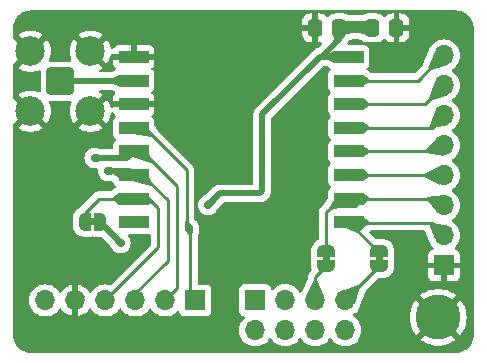
<source format=gbr>
%TF.GenerationSoftware,KiCad,Pcbnew,8.0.8*%
%TF.CreationDate,2025-03-02T22:10:17+01:00*%
%TF.ProjectId,RFM69HW Breakout,52464d36-3948-4572-9042-7265616b6f75,rev?*%
%TF.SameCoordinates,Original*%
%TF.FileFunction,Copper,L1,Top*%
%TF.FilePolarity,Positive*%
%FSLAX46Y46*%
G04 Gerber Fmt 4.6, Leading zero omitted, Abs format (unit mm)*
G04 Created by KiCad (PCBNEW 8.0.8) date 2025-03-02 22:10:17*
%MOMM*%
%LPD*%
G01*
G04 APERTURE LIST*
G04 Aperture macros list*
%AMRoundRect*
0 Rectangle with rounded corners*
0 $1 Rounding radius*
0 $2 $3 $4 $5 $6 $7 $8 $9 X,Y pos of 4 corners*
0 Add a 4 corners polygon primitive as box body*
4,1,4,$2,$3,$4,$5,$6,$7,$8,$9,$2,$3,0*
0 Add four circle primitives for the rounded corners*
1,1,$1+$1,$2,$3*
1,1,$1+$1,$4,$5*
1,1,$1+$1,$6,$7*
1,1,$1+$1,$8,$9*
0 Add four rect primitives between the rounded corners*
20,1,$1+$1,$2,$3,$4,$5,0*
20,1,$1+$1,$4,$5,$6,$7,0*
20,1,$1+$1,$6,$7,$8,$9,0*
20,1,$1+$1,$8,$9,$2,$3,0*%
%AMFreePoly0*
4,1,19,0.500000,-0.750000,0.000000,-0.750000,0.000000,-0.744911,-0.071157,-0.744911,-0.207708,-0.704816,-0.327430,-0.627875,-0.420627,-0.520320,-0.479746,-0.390866,-0.500000,-0.250000,-0.500000,0.250000,-0.479746,0.390866,-0.420627,0.520320,-0.327430,0.627875,-0.207708,0.704816,-0.071157,0.744911,0.000000,0.744911,0.000000,0.750000,0.500000,0.750000,0.500000,-0.750000,0.500000,-0.750000,
$1*%
%AMFreePoly1*
4,1,19,0.000000,0.744911,0.071157,0.744911,0.207708,0.704816,0.327430,0.627875,0.420627,0.520320,0.479746,0.390866,0.500000,0.250000,0.500000,-0.250000,0.479746,-0.390866,0.420627,-0.520320,0.327430,-0.627875,0.207708,-0.704816,0.071157,-0.744911,0.000000,-0.744911,0.000000,-0.750000,-0.500000,-0.750000,-0.500000,0.750000,0.000000,0.750000,0.000000,0.744911,0.000000,0.744911,
$1*%
G04 Aperture macros list end*
%TA.AperFunction,EtchedComponent*%
%ADD10C,0.000000*%
%TD*%
%TA.AperFunction,SMDPad,CuDef*%
%ADD11RoundRect,0.250000X0.337500X0.475000X-0.337500X0.475000X-0.337500X-0.475000X0.337500X-0.475000X0*%
%TD*%
%TA.AperFunction,ComponentPad*%
%ADD12R,1.700000X1.700000*%
%TD*%
%TA.AperFunction,ComponentPad*%
%ADD13O,1.700000X1.700000*%
%TD*%
%TA.AperFunction,ComponentPad*%
%ADD14RoundRect,0.200100X0.949900X-0.949900X0.949900X0.949900X-0.949900X0.949900X-0.949900X-0.949900X0*%
%TD*%
%TA.AperFunction,ComponentPad*%
%ADD15C,2.500000*%
%TD*%
%TA.AperFunction,SMDPad,CuDef*%
%ADD16FreePoly0,0.000000*%
%TD*%
%TA.AperFunction,SMDPad,CuDef*%
%ADD17FreePoly1,0.000000*%
%TD*%
%TA.AperFunction,SMDPad,CuDef*%
%ADD18FreePoly0,270.000000*%
%TD*%
%TA.AperFunction,SMDPad,CuDef*%
%ADD19FreePoly1,270.000000*%
%TD*%
%TA.AperFunction,SMDPad,CuDef*%
%ADD20RoundRect,0.250000X-0.337500X-0.475000X0.337500X-0.475000X0.337500X0.475000X-0.337500X0.475000X0*%
%TD*%
%TA.AperFunction,ComponentPad*%
%ADD21C,2.600000*%
%TD*%
%TA.AperFunction,ConnectorPad*%
%ADD22C,3.800000*%
%TD*%
%TA.AperFunction,SMDPad,CuDef*%
%ADD23R,2.500000X1.000000*%
%TD*%
%TA.AperFunction,ViaPad*%
%ADD24C,0.600000*%
%TD*%
%TA.AperFunction,ViaPad*%
%ADD25C,0.700000*%
%TD*%
%TA.AperFunction,ViaPad*%
%ADD26C,0.500000*%
%TD*%
%TA.AperFunction,Conductor*%
%ADD27C,0.250000*%
%TD*%
%TA.AperFunction,Conductor*%
%ADD28C,0.500000*%
%TD*%
%TA.AperFunction,Conductor*%
%ADD29C,1.000000*%
%TD*%
%TA.AperFunction,Conductor*%
%ADD30C,0.200000*%
%TD*%
G04 APERTURE END LIST*
D10*
%TA.AperFunction,EtchedComponent*%
%TO.C,JP1*%
G36*
X145450000Y-100700000D02*
G01*
X144950000Y-100700000D01*
X144950000Y-100100000D01*
X145450000Y-100100000D01*
X145450000Y-100700000D01*
G37*
%TD.AperFunction*%
%TA.AperFunction,EtchedComponent*%
%TO.C,JP3*%
G36*
X169800000Y-103750000D02*
G01*
X169200000Y-103750000D01*
X169200000Y-103250000D01*
X169800000Y-103250000D01*
X169800000Y-103750000D01*
G37*
%TD.AperFunction*%
%TA.AperFunction,EtchedComponent*%
%TO.C,JP2*%
G36*
X165300000Y-103750000D02*
G01*
X164700000Y-103750000D01*
X164700000Y-103250000D01*
X165300000Y-103250000D01*
X165300000Y-103750000D01*
G37*
%TD.AperFunction*%
%TD*%
D11*
%TO.P,C1,1*%
%TO.N,+3.3V*%
X166137500Y-83980800D03*
%TO.P,C1,2*%
%TO.N,GND*%
X164062500Y-83980800D03*
%TD*%
D12*
%TO.P,J1,1,Pin_1*%
%TO.N,SCK*%
X153924000Y-107061000D03*
D13*
%TO.P,J1,2,Pin_2*%
%TO.N,MISO*%
X151384000Y-107061000D03*
%TO.P,J1,3,Pin_3*%
%TO.N,MOSI*%
X148844000Y-107061000D03*
%TO.P,J1,4,Pin_4*%
%TO.N,NSS*%
X146304000Y-107061000D03*
%TO.P,J1,5,Pin_5*%
%TO.N,GND*%
X143764000Y-107061000D03*
%TO.P,J1,6,Pin_6*%
%TO.N,+3.3V*%
X141224000Y-107061000D03*
%TD*%
D14*
%TO.P,AE1,1,A*%
%TO.N,Net-(AE1-A)*%
X142500000Y-88500000D03*
D15*
%TO.P,AE1,2,Shield*%
%TO.N,GND*%
X139960000Y-91040000D03*
X145040000Y-91040000D03*
X139960000Y-85960000D03*
X145040000Y-85960000D03*
%TD*%
D16*
%TO.P,JP1,1,A*%
%TO.N,NSS*%
X144550000Y-100400000D03*
D17*
%TO.P,JP1,2,B*%
%TO.N,D7*%
X145850000Y-100400000D03*
%TD*%
D18*
%TO.P,JP3,1,A*%
%TO.N,RST*%
X169500000Y-102850000D03*
D19*
%TO.P,JP3,2,B*%
%TO.N,D6*%
X169500000Y-104150000D03*
%TD*%
D18*
%TO.P,JP2,1,A*%
%TO.N,DIO0*%
X165000000Y-102850000D03*
D19*
%TO.P,JP2,2,B*%
%TO.N,D4*%
X165000000Y-104150000D03*
%TD*%
D20*
%TO.P,C2,1*%
%TO.N,+3.3V*%
X168888500Y-83980800D03*
%TO.P,C2,2*%
%TO.N,GND*%
X170963500Y-83980800D03*
%TD*%
D21*
%TO.P,H1,1,1*%
%TO.N,GND*%
X174500000Y-108500000D03*
D22*
X174500000Y-108500000D03*
%TD*%
D12*
%TO.P,J2,1,Pin_1*%
%TO.N,GND*%
X175000000Y-104100000D03*
D13*
%TO.P,J2,2,Pin_2*%
%TO.N,RST*%
X175000000Y-101560000D03*
%TO.P,J2,3,Pin_3*%
%TO.N,DIO0*%
X175000000Y-99020000D03*
%TO.P,J2,4,Pin_4*%
%TO.N,DIO1*%
X175000000Y-96480000D03*
%TO.P,J2,5,Pin_5*%
%TO.N,DIO2*%
X175000000Y-93940000D03*
%TO.P,J2,6,Pin_6*%
%TO.N,DIO3*%
X175000000Y-91400000D03*
%TO.P,J2,7,Pin_7*%
%TO.N,DIO4*%
X175000000Y-88860000D03*
%TO.P,J2,8,Pin_8*%
%TO.N,DIO5*%
X175000000Y-86320000D03*
%TD*%
D12*
%TO.P,J3,1,Pin_1*%
%TO.N,D0*%
X159004000Y-107044000D03*
D13*
%TO.P,J3,2,Pin_2*%
%TO.N,D1*%
X159004000Y-109584000D03*
%TO.P,J3,3,Pin_3*%
%TO.N,D2*%
X161544000Y-107044000D03*
%TO.P,J3,4,Pin_4*%
%TO.N,D3*%
X161544000Y-109584000D03*
%TO.P,J3,5,Pin_5*%
%TO.N,D4*%
X164084000Y-107044000D03*
%TO.P,J3,6,Pin_6*%
%TO.N,D5*%
X164084000Y-109584000D03*
%TO.P,J3,7,Pin_7*%
%TO.N,D6*%
X166624000Y-107044000D03*
%TO.P,J3,8,Pin_8*%
%TO.N,+5V*%
X166624000Y-109584000D03*
%TD*%
D23*
%TO.P,U1,1,RESET*%
%TO.N,RST*%
X166901200Y-100445200D03*
%TO.P,U1,2,DIO0*%
%TO.N,DIO0*%
X166901200Y-98445200D03*
%TO.P,U1,3,DIO1*%
%TO.N,DIO1*%
X166901200Y-96445200D03*
%TO.P,U1,4,DIO2*%
%TO.N,DIO2*%
X166901200Y-94445200D03*
%TO.P,U1,5,DIO3*%
%TO.N,DIO3*%
X166901200Y-92445200D03*
%TO.P,U1,6,DIO4*%
%TO.N,DIO4*%
X166901200Y-90445200D03*
%TO.P,U1,7,DIO5*%
%TO.N,DIO5*%
X166901200Y-88445200D03*
%TO.P,U1,8,3.3V*%
%TO.N,+3.3V*%
X166901200Y-86445200D03*
%TO.P,U1,9,GND*%
%TO.N,GND*%
X148701200Y-86445200D03*
%TO.P,U1,10,ANA*%
%TO.N,Net-(AE1-A)*%
X148701200Y-88445200D03*
%TO.P,U1,11,GND*%
%TO.N,GND*%
X148701200Y-90445200D03*
%TO.P,U1,12,SCK*%
%TO.N,SCK*%
X148701200Y-92445200D03*
%TO.P,U1,13,MISO*%
%TO.N,MISO*%
X148701200Y-94445200D03*
%TO.P,U1,14,MOSI*%
%TO.N,MOSI*%
X148701200Y-96445200D03*
%TO.P,U1,15,NSS*%
%TO.N,NSS*%
X148701200Y-98445200D03*
%TO.P,U1,16,NC*%
%TO.N,unconnected-(U1-NC-Pad16)*%
X148701200Y-100445200D03*
%TD*%
D24*
%TO.N,GND*%
X150100000Y-108400000D03*
D25*
X147400000Y-84400000D03*
X157200000Y-105400000D03*
X159700000Y-102700000D03*
X139800000Y-93600000D03*
X153600000Y-92600000D03*
X149300000Y-84400000D03*
X154000000Y-91600000D03*
X143000000Y-83600000D03*
X139800000Y-108800000D03*
X139800000Y-83600000D03*
X154600000Y-88400000D03*
D26*
X154266080Y-95957415D03*
D25*
X150400000Y-83400000D03*
X139800000Y-95200000D03*
X146200000Y-93600000D03*
X161400000Y-85600000D03*
D24*
X145000000Y-108400000D03*
D25*
X155100000Y-93600000D03*
X153200000Y-87200000D03*
X149300000Y-83400000D03*
X154600000Y-90600000D03*
X155600000Y-92600000D03*
D26*
X154266080Y-96757415D03*
D25*
X162400000Y-86600000D03*
X139800000Y-101900000D03*
X143000000Y-93600000D03*
X171000000Y-85900000D03*
X155000000Y-91600000D03*
X171200000Y-109500000D03*
X139800000Y-96800000D03*
X141400000Y-93600000D03*
X153600000Y-88400000D03*
X154200000Y-86000000D03*
X172100000Y-85900000D03*
X139800000Y-110500000D03*
X142494000Y-86000000D03*
X172100000Y-86900000D03*
X171200000Y-108500000D03*
X152600000Y-90600000D03*
X156900000Y-95600000D03*
X141400000Y-83600000D03*
X148400000Y-85000000D03*
X155100000Y-94600000D03*
X158400000Y-95600000D03*
X171200000Y-107500000D03*
X158600000Y-103200000D03*
D26*
X155066080Y-96757415D03*
D25*
X157500000Y-103200000D03*
X158600000Y-104300000D03*
X158400000Y-96900000D03*
X161400000Y-87600000D03*
X144600000Y-83600000D03*
X155200000Y-87232000D03*
X142494000Y-91200000D03*
X139800000Y-100200000D03*
X146200000Y-83600000D03*
X152600000Y-88400000D03*
X157000000Y-110500000D03*
X153000000Y-91600000D03*
X162400000Y-85600000D03*
X153200000Y-86000000D03*
X154600000Y-92600000D03*
X150400000Y-84400000D03*
X159700000Y-103800000D03*
X154200000Y-87200000D03*
X155900000Y-110500000D03*
X157500000Y-104300000D03*
D26*
X155066080Y-95957415D03*
D25*
X171200000Y-110500000D03*
X156900000Y-96900000D03*
X139800000Y-105100000D03*
X144600000Y-93600000D03*
X155200000Y-86010000D03*
X153600000Y-90600000D03*
X161400000Y-86600000D03*
X154100000Y-93600000D03*
D24*
X147600000Y-108400000D03*
D25*
X154100000Y-94600000D03*
X139800000Y-98500000D03*
X139800000Y-103500000D03*
%TO.N,+3.3V*%
X155000000Y-99000000D03*
%TO.N,MOSI*%
X146558000Y-96122000D03*
%TO.N,MISO*%
X145400000Y-95000000D03*
%TO.N,SCK*%
X153416000Y-100948000D03*
%TO.N,D7*%
X147600000Y-102200000D03*
%TD*%
D27*
%TO.N,GND*%
X174900000Y-104100000D02*
X175000000Y-104100000D01*
X174496000Y-104504000D02*
X174900000Y-104100000D01*
D28*
X144332000Y-106750000D02*
X144372000Y-106790000D01*
%TO.N,Net-(AE1-A)*%
X148701200Y-88445200D02*
X148221600Y-88445200D01*
X148221600Y-88445200D02*
X148149200Y-88517600D01*
X142500000Y-88500000D02*
X148646400Y-88500000D01*
X148646400Y-88500000D02*
X148701200Y-88445200D01*
%TO.N,+3.3V*%
X156000000Y-98000000D02*
X159400000Y-98000000D01*
X155000000Y-99000000D02*
X156000000Y-98000000D01*
D29*
X141224000Y-107061000D02*
X141461000Y-107061000D01*
D28*
X159400000Y-98000000D02*
X159600000Y-97800000D01*
D29*
X168910000Y-83951500D02*
X168888500Y-83930000D01*
D28*
X164651200Y-86445200D02*
X166137500Y-84958900D01*
X164454800Y-86445200D02*
X164651200Y-86445200D01*
X166137500Y-84958900D02*
X166137500Y-83930000D01*
X164651200Y-86445200D02*
X166901200Y-86445200D01*
X159600000Y-97800000D02*
X159600000Y-91300000D01*
D29*
X166137500Y-83930000D02*
X168888500Y-83930000D01*
D28*
X159600000Y-91300000D02*
X164454800Y-86445200D01*
D27*
%TO.N,D4*%
X164084000Y-105066000D02*
X164084000Y-107044000D01*
X164084000Y-106916000D02*
X164084000Y-107044000D01*
X165000000Y-104150000D02*
X164084000Y-105066000D01*
%TO.N,D6*%
X169500000Y-104168000D02*
X166624000Y-107044000D01*
X169500000Y-104150000D02*
X169500000Y-104168000D01*
%TO.N,MOSI*%
X151577000Y-98571000D02*
X151577000Y-103723000D01*
D28*
X148378000Y-96122000D02*
X148701200Y-96445200D01*
D27*
X148844000Y-106456000D02*
X148844000Y-107061000D01*
D28*
X148844000Y-106934000D02*
X148844000Y-107061000D01*
D27*
X151577000Y-103723000D02*
X148844000Y-106456000D01*
D28*
X146558000Y-96122000D02*
X148378000Y-96122000D01*
D27*
X149451200Y-96445200D02*
X151577000Y-98571000D01*
X148701200Y-96445200D02*
X149451200Y-96445200D01*
D28*
%TO.N,MISO*%
X148701200Y-94445200D02*
X149451200Y-94445200D01*
X148701200Y-94445200D02*
X149657200Y-94445200D01*
D27*
X152400000Y-97394000D02*
X152400000Y-106045000D01*
D28*
X148146400Y-95000000D02*
X148701200Y-94445200D01*
D27*
X152400000Y-106045000D02*
X151384000Y-107061000D01*
D28*
X145400000Y-95000000D02*
X148146400Y-95000000D01*
D27*
X149451200Y-94445200D02*
X152400000Y-97394000D01*
%TO.N,SCK*%
X153416000Y-100948000D02*
X153500000Y-101032000D01*
X153200000Y-96000000D02*
X149816200Y-92616200D01*
X153500000Y-106147000D02*
X154169000Y-106816000D01*
X153416000Y-100948000D02*
X153200000Y-100732000D01*
X153500000Y-101032000D02*
X153500000Y-106147000D01*
X149816200Y-92616200D02*
X149816200Y-92445200D01*
D28*
X147951200Y-92445200D02*
X148701200Y-92445200D01*
D27*
X153200000Y-100732000D02*
X153200000Y-96000000D01*
D28*
X154169000Y-106816000D02*
X153924000Y-107061000D01*
%TO.N,D7*%
X145850000Y-100450000D02*
X145850000Y-100400000D01*
X147600000Y-102200000D02*
X145850000Y-100450000D01*
D27*
%TO.N,RST*%
X166956000Y-100500000D02*
X166901200Y-100445200D01*
X169500000Y-102850000D02*
X169306000Y-102850000D01*
X175000000Y-101560000D02*
X173940000Y-100500000D01*
D30*
X167410886Y-100445200D02*
X166901200Y-100445200D01*
D27*
X173940000Y-100500000D02*
X166956000Y-100500000D01*
D28*
X166996000Y-100540000D02*
X166901200Y-100445200D01*
D27*
X169306000Y-102850000D02*
X166901200Y-100445200D01*
D28*
X166901200Y-100445200D02*
X166251200Y-100445200D01*
%TO.N,DIO4*%
X166901200Y-90445200D02*
X167551200Y-90445200D01*
D27*
X173414800Y-90445200D02*
X175000000Y-88860000D01*
X166901200Y-90445200D02*
X173414800Y-90445200D01*
D28*
%TO.N,DIO1*%
X166332800Y-96445200D02*
X166901200Y-96445200D01*
D27*
X174597000Y-96244000D02*
X174864000Y-96244000D01*
D28*
X166901200Y-96445200D02*
X167551200Y-96445200D01*
D27*
X174965200Y-96445200D02*
X175000000Y-96480000D01*
X166901200Y-96445200D02*
X174965200Y-96445200D01*
D28*
X174864000Y-96244000D02*
X175000000Y-96380000D01*
X175000000Y-96380000D02*
X175000000Y-96480000D01*
%TO.N,DIO0*%
X166832000Y-98990000D02*
X166082000Y-98990000D01*
D27*
X166151200Y-98445200D02*
X166901200Y-98445200D01*
X167931200Y-98445200D02*
X167931200Y-98588200D01*
X174425200Y-98445200D02*
X175000000Y-99020000D01*
X166901200Y-98445200D02*
X174425200Y-98445200D01*
X165000000Y-99596400D02*
X166151200Y-98445200D01*
X174710000Y-98920000D02*
X174900000Y-98920000D01*
D30*
X167619514Y-98445200D02*
X166901200Y-98445200D01*
D27*
X165000000Y-102850000D02*
X165000000Y-99596400D01*
D28*
X166832000Y-98990000D02*
X167532000Y-98990000D01*
D27*
X174900000Y-98920000D02*
X175000000Y-99020000D01*
%TO.N,DIO5*%
X172774800Y-88445200D02*
X174900000Y-86320000D01*
X166901200Y-88445200D02*
X172774800Y-88445200D01*
X174900000Y-86320000D02*
X175000000Y-86320000D01*
D28*
%TO.N,DIO2*%
X166901200Y-94445200D02*
X167651200Y-94445200D01*
D27*
X174496000Y-93496000D02*
X174940000Y-93940000D01*
X174494800Y-94445200D02*
X175000000Y-93940000D01*
X174940000Y-93940000D02*
X175000000Y-93940000D01*
X166901200Y-94445200D02*
X174494800Y-94445200D01*
%TO.N,DIO3*%
X174496000Y-91804000D02*
X174496000Y-90996000D01*
X173954800Y-92445200D02*
X175000000Y-91400000D01*
X166901200Y-92445200D02*
X173954800Y-92445200D01*
D28*
X166901200Y-92445200D02*
X167651200Y-92445200D01*
D27*
%TO.N,NSS*%
X148701200Y-98445200D02*
X150045200Y-98445200D01*
X150800000Y-102565000D02*
X146304000Y-107061000D01*
X150800000Y-99200000D02*
X150800000Y-102565000D01*
X150045200Y-98445200D02*
X150800000Y-99200000D01*
D28*
X149196000Y-98290000D02*
X148701200Y-98290000D01*
D27*
X144550000Y-99645000D02*
X145749800Y-98445200D01*
X144550000Y-100400000D02*
X144550000Y-99645000D01*
X145749800Y-98445200D02*
X148701200Y-98445200D01*
%TD*%
%TA.AperFunction,Conductor*%
%TO.N,DIO0*%
G36*
X174995703Y-98173883D02*
G01*
X174999954Y-98181765D01*
X175000015Y-98182941D01*
X175000994Y-99015140D01*
X174997577Y-99023417D01*
X174997560Y-99023434D01*
X174408060Y-99611954D01*
X174399784Y-99615374D01*
X174391514Y-99611940D01*
X174390771Y-99611123D01*
X173534102Y-98573442D01*
X173531425Y-98565993D01*
X173531425Y-98330764D01*
X173534852Y-98322491D01*
X173541934Y-98319125D01*
X174987127Y-98171316D01*
X174995703Y-98173883D01*
G37*
%TD.AperFunction*%
%TD*%
%TA.AperFunction,Conductor*%
%TO.N,MOSI*%
G36*
X146963373Y-95872495D02*
G01*
X148735661Y-95944699D01*
X148743788Y-95948459D01*
X148746875Y-95956865D01*
X148746836Y-95957455D01*
X148702978Y-96436693D01*
X148698812Y-96444620D01*
X148693861Y-96447049D01*
X147456232Y-96721619D01*
X147447413Y-96720066D01*
X147446979Y-96719775D01*
X146956181Y-96375494D01*
X146951376Y-96367938D01*
X146951200Y-96365916D01*
X146951200Y-95884186D01*
X146954627Y-95875913D01*
X146962900Y-95872486D01*
X146963373Y-95872495D01*
G37*
%TD.AperFunction*%
%TD*%
%TA.AperFunction,Conductor*%
%TO.N,D7*%
G36*
X147289920Y-101534337D02*
G01*
X147836726Y-101944442D01*
X147841288Y-101952147D01*
X147839066Y-101960822D01*
X147838003Y-101962051D01*
X147600755Y-102200659D01*
X147600707Y-102200707D01*
X147362051Y-102438003D01*
X147353769Y-102441406D01*
X147345505Y-102437955D01*
X147344442Y-102436726D01*
X146934337Y-101889920D01*
X146932115Y-101881245D01*
X146935423Y-101874629D01*
X147274628Y-101535423D01*
X147282900Y-101531997D01*
X147289920Y-101534337D01*
G37*
%TD.AperFunction*%
%TD*%
%TA.AperFunction,Conductor*%
%TO.N,DIO5*%
G36*
X168154050Y-87947750D02*
G01*
X168156455Y-87949141D01*
X168646520Y-88316690D01*
X168651082Y-88324395D01*
X168651200Y-88326050D01*
X168651200Y-88564350D01*
X168647773Y-88572623D01*
X168646520Y-88573710D01*
X168156458Y-88941256D01*
X168147783Y-88943478D01*
X168145096Y-88942760D01*
X167198313Y-88564350D01*
X166927380Y-88456063D01*
X166920970Y-88449812D01*
X166920859Y-88440858D01*
X166927111Y-88434447D01*
X166927355Y-88434346D01*
X168145097Y-87947639D01*
X168154050Y-87947750D01*
G37*
%TD.AperFunction*%
%TD*%
%TA.AperFunction,Conductor*%
%TO.N,MISO*%
G36*
X145413311Y-94651901D02*
G01*
X146089955Y-94748565D01*
X146097660Y-94753127D01*
X146100000Y-94760147D01*
X146100000Y-95239853D01*
X146096573Y-95248126D01*
X146089955Y-95251435D01*
X145413316Y-95348097D01*
X145404641Y-95345875D01*
X145400079Y-95338170D01*
X145399961Y-95336556D01*
X145399000Y-95000000D01*
X145399961Y-94663449D01*
X145403412Y-94655187D01*
X145411694Y-94651784D01*
X145413311Y-94651901D01*
G37*
%TD.AperFunction*%
%TD*%
%TA.AperFunction,Conductor*%
%TO.N,Net-(AE1-A)*%
G36*
X147456107Y-87985915D02*
G01*
X148191670Y-88257029D01*
X148673615Y-88434664D01*
X148680193Y-88440741D01*
X148680547Y-88449688D01*
X148674470Y-88456266D01*
X148673911Y-88456506D01*
X147455492Y-88943484D01*
X147446895Y-88943519D01*
X146958645Y-88752906D01*
X146952185Y-88746705D01*
X146951200Y-88742007D01*
X146951200Y-88257029D01*
X146954627Y-88248756D01*
X146957407Y-88246699D01*
X147446576Y-87986565D01*
X147455488Y-87985707D01*
X147456107Y-87985915D01*
G37*
%TD.AperFunction*%
%TD*%
%TA.AperFunction,Conductor*%
%TO.N,SCK*%
G36*
X153328109Y-100332901D02*
G01*
X153328480Y-100333289D01*
X153655970Y-100692273D01*
X153659014Y-100700694D01*
X153655616Y-100708414D01*
X153419444Y-100945542D01*
X153411178Y-100948986D01*
X153411121Y-100948986D01*
X153077838Y-100948033D01*
X153069574Y-100944582D01*
X153066171Y-100936300D01*
X153066172Y-100936163D01*
X153074832Y-100341004D01*
X153078379Y-100332781D01*
X153086531Y-100329474D01*
X153319836Y-100329474D01*
X153328109Y-100332901D01*
G37*
%TD.AperFunction*%
%TD*%
%TA.AperFunction,Conductor*%
%TO.N,SCK*%
G36*
X149953490Y-92421930D02*
G01*
X149954798Y-92423418D01*
X150387150Y-93008262D01*
X150389313Y-93016952D01*
X150386015Y-93023490D01*
X150220556Y-93188949D01*
X150212283Y-93192376D01*
X150210505Y-93192240D01*
X148615366Y-92947048D01*
X148607710Y-92942404D01*
X148605580Y-92933706D01*
X148605652Y-92933287D01*
X148698694Y-92453762D01*
X148703633Y-92446296D01*
X148709935Y-92444297D01*
X149945148Y-92418676D01*
X149953490Y-92421930D01*
G37*
%TD.AperFunction*%
%TD*%
%TA.AperFunction,Conductor*%
%TO.N,RST*%
G36*
X168092137Y-100938497D02*
G01*
X168098466Y-100944830D01*
X168098463Y-100953785D01*
X168095928Y-100957577D01*
X167843141Y-101210365D01*
X167672097Y-101381408D01*
X167663824Y-101384835D01*
X167658984Y-101383786D01*
X166704371Y-100949871D01*
X166698258Y-100943329D01*
X166698395Y-100934763D01*
X166896025Y-100455330D01*
X166902346Y-100448988D01*
X166911299Y-100448973D01*
X168092137Y-100938497D01*
G37*
%TD.AperFunction*%
%TD*%
%TA.AperFunction,Conductor*%
%TO.N,DIO4*%
G36*
X174226106Y-88539428D02*
G01*
X174996215Y-88857438D01*
X175002552Y-88863761D01*
X175002562Y-88863785D01*
X175320567Y-89633883D01*
X175320558Y-89642838D01*
X175314219Y-89649163D01*
X175313629Y-89649388D01*
X173893251Y-90148031D01*
X173884309Y-90147539D01*
X173881102Y-90145265D01*
X173714734Y-89978897D01*
X173711307Y-89970624D01*
X173711968Y-89966748D01*
X173823461Y-89649163D01*
X174210612Y-88546368D01*
X174216584Y-88539699D01*
X174225526Y-88539207D01*
X174226106Y-88539428D01*
G37*
%TD.AperFunction*%
%TD*%
%TA.AperFunction,Conductor*%
%TO.N,DIO0*%
G36*
X166900518Y-98448041D02*
G01*
X166904287Y-98454142D01*
X167022662Y-98934081D01*
X167021316Y-98942934D01*
X167014347Y-98948180D01*
X165392567Y-99385379D01*
X165383687Y-99384223D01*
X165381249Y-99382355D01*
X165216024Y-99217130D01*
X165212597Y-99208857D01*
X165214545Y-99202393D01*
X165648054Y-98548761D01*
X165655481Y-98543762D01*
X165656868Y-98543566D01*
X166892000Y-98445281D01*
X166900518Y-98448041D01*
G37*
%TD.AperFunction*%
%TD*%
%TA.AperFunction,Conductor*%
%TO.N,DIO0*%
G36*
X168154050Y-97947750D02*
G01*
X168156455Y-97949141D01*
X168646520Y-98316690D01*
X168651082Y-98324395D01*
X168651200Y-98326050D01*
X168651200Y-98564350D01*
X168647773Y-98572623D01*
X168646520Y-98573710D01*
X168156458Y-98941256D01*
X168147783Y-98943478D01*
X168145096Y-98942760D01*
X167198313Y-98564350D01*
X166927380Y-98456063D01*
X166920970Y-98449812D01*
X166920859Y-98440858D01*
X166927111Y-98434447D01*
X166927355Y-98434346D01*
X168145097Y-97947639D01*
X168154050Y-97947750D01*
G37*
%TD.AperFunction*%
%TD*%
%TA.AperFunction,Conductor*%
%TO.N,DIO1*%
G36*
X168154050Y-95947750D02*
G01*
X168156455Y-95949141D01*
X168646520Y-96316690D01*
X168651082Y-96324395D01*
X168651200Y-96326050D01*
X168651200Y-96564350D01*
X168647773Y-96572623D01*
X168646520Y-96573710D01*
X168156458Y-96941256D01*
X168147783Y-96943478D01*
X168145096Y-96942760D01*
X167198313Y-96564350D01*
X166927380Y-96456063D01*
X166920970Y-96449812D01*
X166920859Y-96440858D01*
X166927111Y-96434447D01*
X166927355Y-96434346D01*
X168145097Y-95947639D01*
X168154050Y-95947750D01*
G37*
%TD.AperFunction*%
%TD*%
%TA.AperFunction,Conductor*%
%TO.N,SCK*%
G36*
X153420478Y-100948868D02*
G01*
X153730440Y-101078217D01*
X153736755Y-101084566D01*
X153737388Y-101091399D01*
X153626939Y-101621975D01*
X153621898Y-101629377D01*
X153615485Y-101631291D01*
X153382141Y-101631291D01*
X153373868Y-101627864D01*
X153371735Y-101624939D01*
X153098433Y-101093206D01*
X153097699Y-101084282D01*
X153103491Y-101077452D01*
X153104327Y-101077062D01*
X153411494Y-100948879D01*
X153420449Y-100948857D01*
X153420478Y-100948868D01*
G37*
%TD.AperFunction*%
%TD*%
%TA.AperFunction,Conductor*%
%TO.N,+3.3V*%
G36*
X165656069Y-85947146D02*
G01*
X165657075Y-85947548D01*
X166875018Y-86434336D01*
X166881429Y-86440588D01*
X166881540Y-86449542D01*
X166875288Y-86455953D01*
X166875018Y-86456064D01*
X165656077Y-86943250D01*
X165647123Y-86943139D01*
X165646503Y-86942851D01*
X165157668Y-86698434D01*
X165151800Y-86691669D01*
X165151200Y-86687969D01*
X165151200Y-86202431D01*
X165154627Y-86194158D01*
X165157668Y-86191966D01*
X165646504Y-85947547D01*
X165655435Y-85946913D01*
X165656069Y-85947146D01*
G37*
%TD.AperFunction*%
%TD*%
%TA.AperFunction,Conductor*%
%TO.N,MOSI*%
G36*
X149945524Y-96543566D02*
G01*
X149953499Y-96547638D01*
X149954346Y-96548762D01*
X150387852Y-97202390D01*
X150389569Y-97211179D01*
X150386375Y-97217130D01*
X150221150Y-97382355D01*
X150212877Y-97385782D01*
X150209832Y-97385379D01*
X148588052Y-96948180D01*
X148580956Y-96942718D01*
X148579737Y-96934081D01*
X148698113Y-96454139D01*
X148703421Y-96446930D01*
X148710398Y-96445281D01*
X149945524Y-96543566D01*
G37*
%TD.AperFunction*%
%TD*%
%TA.AperFunction,Conductor*%
%TO.N,DIO3*%
G36*
X168154050Y-91947750D02*
G01*
X168156455Y-91949141D01*
X168646520Y-92316690D01*
X168651082Y-92324395D01*
X168651200Y-92326050D01*
X168651200Y-92564350D01*
X168647773Y-92572623D01*
X168646520Y-92573710D01*
X168156458Y-92941256D01*
X168147783Y-92943478D01*
X168145096Y-92942760D01*
X167198313Y-92564350D01*
X166927380Y-92456063D01*
X166920970Y-92449812D01*
X166920859Y-92440858D01*
X166927111Y-92434447D01*
X166927355Y-92434346D01*
X168145097Y-91947639D01*
X168154050Y-91947750D01*
G37*
%TD.AperFunction*%
%TD*%
%TA.AperFunction,Conductor*%
%TO.N,DIO1*%
G36*
X174679203Y-95705516D02*
G01*
X174679368Y-95705893D01*
X174999134Y-96475511D01*
X174999143Y-96484466D01*
X174999134Y-96484489D01*
X174679564Y-97253634D01*
X174673225Y-97259959D01*
X174664270Y-97259950D01*
X174663458Y-97259575D01*
X173313321Y-96573451D01*
X173307498Y-96566648D01*
X173306922Y-96563021D01*
X173306922Y-96327714D01*
X173310349Y-96319441D01*
X173313752Y-96317076D01*
X174663697Y-95699741D01*
X174672646Y-95699418D01*
X174679203Y-95705516D01*
G37*
%TD.AperFunction*%
%TD*%
%TA.AperFunction,Conductor*%
%TO.N,MOSI*%
G36*
X146571311Y-95773901D02*
G01*
X147247955Y-95870565D01*
X147255660Y-95875127D01*
X147258000Y-95882147D01*
X147258000Y-96361853D01*
X147254573Y-96370126D01*
X147247955Y-96373435D01*
X146571316Y-96470097D01*
X146562641Y-96467875D01*
X146558079Y-96460170D01*
X146557961Y-96458556D01*
X146557000Y-96122000D01*
X146557961Y-95785449D01*
X146561412Y-95777187D01*
X146569694Y-95773784D01*
X146571311Y-95773901D01*
G37*
%TD.AperFunction*%
%TD*%
%TA.AperFunction,Conductor*%
%TO.N,NSS*%
G36*
X149953583Y-98160324D02*
G01*
X149955790Y-98162115D01*
X150412692Y-98635626D01*
X150415971Y-98643959D01*
X150412546Y-98652023D01*
X150245501Y-98819068D01*
X150241808Y-98821561D01*
X149955644Y-98943309D01*
X149946716Y-98943405D01*
X149946476Y-98943309D01*
X149783165Y-98877929D01*
X148735208Y-98458390D01*
X148728801Y-98452134D01*
X148728694Y-98443180D01*
X148734950Y-98436773D01*
X148736927Y-98436128D01*
X149944755Y-98158836D01*
X149953583Y-98160324D01*
G37*
%TD.AperFunction*%
%TD*%
%TA.AperFunction,Conductor*%
%TO.N,MISO*%
G36*
X149945524Y-94543566D02*
G01*
X149953499Y-94547638D01*
X149954346Y-94548762D01*
X150387852Y-95202390D01*
X150389569Y-95211179D01*
X150386375Y-95217130D01*
X150221150Y-95382355D01*
X150212877Y-95385782D01*
X150209832Y-95385379D01*
X148588052Y-94948180D01*
X148580956Y-94942718D01*
X148579737Y-94934081D01*
X148698113Y-94454139D01*
X148703421Y-94446930D01*
X148710398Y-94445281D01*
X149945524Y-94543566D01*
G37*
%TD.AperFunction*%
%TD*%
%TA.AperFunction,Conductor*%
%TO.N,D6*%
G36*
X167739690Y-105756460D02*
G01*
X167742897Y-105758734D01*
X167909265Y-105925102D01*
X167912692Y-105933375D01*
X167912031Y-105937251D01*
X167413388Y-107357629D01*
X167407415Y-107364300D01*
X167398473Y-107364792D01*
X167397883Y-107364567D01*
X166627785Y-107046562D01*
X166621447Y-107040238D01*
X166303432Y-106270115D01*
X166303441Y-106261161D01*
X166309780Y-106254836D01*
X166310345Y-106254620D01*
X167730748Y-105755968D01*
X167739690Y-105756460D01*
G37*
%TD.AperFunction*%
%TD*%
%TA.AperFunction,Conductor*%
%TO.N,DIO5*%
G36*
X174225654Y-85999241D02*
G01*
X174996215Y-86317438D01*
X175002552Y-86323761D01*
X175002562Y-86323785D01*
X175320348Y-87093353D01*
X175320339Y-87102308D01*
X175314000Y-87108633D01*
X175312907Y-87109022D01*
X173852952Y-87548507D01*
X173844042Y-87547611D01*
X173841306Y-87545577D01*
X173674907Y-87379178D01*
X173671480Y-87370905D01*
X173672299Y-87366605D01*
X174210335Y-86005762D01*
X174216562Y-85999331D01*
X174225516Y-85999186D01*
X174225654Y-85999241D01*
G37*
%TD.AperFunction*%
%TD*%
%TA.AperFunction,Conductor*%
%TO.N,DIO3*%
G36*
X174225732Y-91079282D02*
G01*
X174996512Y-91398143D01*
X175002846Y-91404472D01*
X175002853Y-91404488D01*
X175320066Y-92172669D01*
X175320057Y-92181624D01*
X175313718Y-92187949D01*
X175312001Y-92188507D01*
X173747384Y-92566707D01*
X173738537Y-92565320D01*
X173733263Y-92558084D01*
X173732935Y-92555335D01*
X173732935Y-92322383D01*
X173733723Y-92318162D01*
X173784091Y-92187949D01*
X174210382Y-91085885D01*
X174216563Y-91079406D01*
X174225515Y-91079195D01*
X174225732Y-91079282D01*
G37*
%TD.AperFunction*%
%TD*%
%TA.AperFunction,Conductor*%
%TO.N,+3.3V*%
G36*
X166144745Y-83990106D02*
G01*
X166146169Y-83991825D01*
X166598441Y-84658218D01*
X166600251Y-84666988D01*
X166598152Y-84671765D01*
X166085903Y-85361254D01*
X166078218Y-85365852D01*
X166069534Y-85363669D01*
X166068238Y-85362550D01*
X165726224Y-85020536D01*
X165723394Y-85015953D01*
X165607420Y-84666988D01*
X165571303Y-84558310D01*
X165571946Y-84549379D01*
X165574117Y-84546364D01*
X166128201Y-83990136D01*
X166136465Y-83986695D01*
X166144745Y-83990106D01*
G37*
%TD.AperFunction*%
%TD*%
%TA.AperFunction,Conductor*%
%TO.N,DIO4*%
G36*
X168154050Y-89947750D02*
G01*
X168156455Y-89949141D01*
X168646520Y-90316690D01*
X168651082Y-90324395D01*
X168651200Y-90326050D01*
X168651200Y-90564350D01*
X168647773Y-90572623D01*
X168646520Y-90573710D01*
X168156458Y-90941256D01*
X168147783Y-90943478D01*
X168145096Y-90942760D01*
X167198313Y-90564350D01*
X166927380Y-90456063D01*
X166920970Y-90449812D01*
X166920859Y-90440858D01*
X166927111Y-90434447D01*
X166927355Y-90434346D01*
X168145097Y-89947639D01*
X168154050Y-89947750D01*
G37*
%TD.AperFunction*%
%TD*%
%TA.AperFunction,Conductor*%
%TO.N,+3.3V*%
G36*
X168349931Y-83372518D02*
G01*
X168351236Y-83373778D01*
X168410518Y-83440633D01*
X168882140Y-83972500D01*
X168885065Y-83980963D01*
X168881604Y-83988590D01*
X168322943Y-84539880D01*
X168314647Y-84543252D01*
X168312555Y-84543049D01*
X167723030Y-84431798D01*
X167715536Y-84426896D01*
X167713500Y-84420301D01*
X167713500Y-83440633D01*
X167716927Y-83432360D01*
X167724083Y-83428986D01*
X168341371Y-83369895D01*
X168349931Y-83372518D01*
G37*
%TD.AperFunction*%
%TD*%
%TA.AperFunction,Conductor*%
%TO.N,+3.3V*%
G36*
X155325372Y-98335424D02*
G01*
X155664575Y-98674627D01*
X155668002Y-98682900D01*
X155665662Y-98689920D01*
X155255557Y-99236726D01*
X155247852Y-99241288D01*
X155239177Y-99239066D01*
X155237953Y-99238007D01*
X154999293Y-99000707D01*
X154761995Y-98762049D01*
X154758593Y-98753769D01*
X154762044Y-98745505D01*
X154763264Y-98744449D01*
X155310080Y-98334336D01*
X155318754Y-98332115D01*
X155325372Y-98335424D01*
G37*
%TD.AperFunction*%
%TD*%
%TA.AperFunction,Conductor*%
%TO.N,+3.3V*%
G36*
X166684618Y-83369894D02*
G01*
X167301916Y-83428986D01*
X167309824Y-83433186D01*
X167312500Y-83440633D01*
X167312500Y-84420301D01*
X167309073Y-84428574D01*
X167302970Y-84431798D01*
X166713443Y-84543049D01*
X166704678Y-84541216D01*
X166703055Y-84539880D01*
X166581877Y-84420301D01*
X166515497Y-84354796D01*
X166144395Y-83988590D01*
X166140913Y-83980340D01*
X166143858Y-83972501D01*
X166674762Y-83373778D01*
X166682813Y-83369863D01*
X166684618Y-83369894D01*
G37*
%TD.AperFunction*%
%TD*%
%TA.AperFunction,Conductor*%
%TO.N,RST*%
G36*
X168154030Y-99986715D02*
G01*
X168156335Y-99988122D01*
X168375640Y-100159571D01*
X168646706Y-100371487D01*
X168651113Y-100379281D01*
X168651200Y-100380703D01*
X168651200Y-100618598D01*
X168647773Y-100626871D01*
X168645810Y-100628451D01*
X168156265Y-100941956D01*
X168147450Y-100943532D01*
X168145613Y-100942967D01*
X168143083Y-100941956D01*
X166928488Y-100456506D01*
X166922077Y-100450254D01*
X166921966Y-100441300D01*
X166928218Y-100434889D01*
X166928765Y-100434671D01*
X168145084Y-99986361D01*
X168154030Y-99986715D01*
G37*
%TD.AperFunction*%
%TD*%
%TA.AperFunction,Conductor*%
%TO.N,GND*%
G36*
X176004418Y-82500816D02*
G01*
X176204561Y-82515130D01*
X176222063Y-82517647D01*
X176413797Y-82559355D01*
X176430755Y-82564334D01*
X176614609Y-82632909D01*
X176630701Y-82640259D01*
X176802904Y-82734288D01*
X176817784Y-82743849D01*
X176921436Y-82821443D01*
X176974867Y-82861441D01*
X176988237Y-82873027D01*
X177126972Y-83011762D01*
X177138558Y-83025132D01*
X177256146Y-83182210D01*
X177265711Y-83197095D01*
X177359740Y-83369298D01*
X177367090Y-83385390D01*
X177435662Y-83569236D01*
X177440646Y-83586212D01*
X177482351Y-83777931D01*
X177484869Y-83795442D01*
X177499184Y-83995580D01*
X177499500Y-84004427D01*
X177499500Y-109995572D01*
X177499184Y-110004419D01*
X177484869Y-110204557D01*
X177482351Y-110222068D01*
X177440646Y-110413787D01*
X177435662Y-110430763D01*
X177367090Y-110614609D01*
X177359740Y-110630701D01*
X177265711Y-110802904D01*
X177256146Y-110817789D01*
X177138558Y-110974867D01*
X177126972Y-110988237D01*
X176988237Y-111126972D01*
X176974867Y-111138558D01*
X176817789Y-111256146D01*
X176802904Y-111265711D01*
X176630701Y-111359740D01*
X176614609Y-111367090D01*
X176430763Y-111435662D01*
X176413787Y-111440646D01*
X176222068Y-111482351D01*
X176204557Y-111484869D01*
X176023779Y-111497799D01*
X176004417Y-111499184D01*
X175995572Y-111499500D01*
X140004428Y-111499500D01*
X139995582Y-111499184D01*
X139973622Y-111497613D01*
X139795442Y-111484869D01*
X139777931Y-111482351D01*
X139586212Y-111440646D01*
X139569236Y-111435662D01*
X139385390Y-111367090D01*
X139369298Y-111359740D01*
X139197095Y-111265711D01*
X139182210Y-111256146D01*
X139025132Y-111138558D01*
X139011762Y-111126972D01*
X138873027Y-110988237D01*
X138861441Y-110974867D01*
X138743849Y-110817784D01*
X138734288Y-110802904D01*
X138640259Y-110630701D01*
X138632909Y-110614609D01*
X138601499Y-110530397D01*
X138564334Y-110430755D01*
X138559355Y-110413797D01*
X138517647Y-110222063D01*
X138515130Y-110204556D01*
X138504507Y-110056032D01*
X138500816Y-110004418D01*
X138500500Y-109995572D01*
X138500500Y-92197308D01*
X138520185Y-92130269D01*
X138536819Y-92109627D01*
X139205884Y-91440561D01*
X139206740Y-91442626D01*
X139299762Y-91581844D01*
X139418156Y-91700238D01*
X139557374Y-91793260D01*
X139559437Y-91794114D01*
X138910830Y-92442720D01*
X139082546Y-92559793D01*
X139082550Y-92559795D01*
X139318854Y-92673594D01*
X139318858Y-92673595D01*
X139569494Y-92750907D01*
X139569500Y-92750909D01*
X139828848Y-92789999D01*
X139828857Y-92790000D01*
X140091143Y-92790000D01*
X140091151Y-92789999D01*
X140350499Y-92750909D01*
X140350505Y-92750907D01*
X140601143Y-92673595D01*
X140837445Y-92559798D01*
X140837447Y-92559797D01*
X141009168Y-92442720D01*
X140360562Y-91794114D01*
X140362626Y-91793260D01*
X140501844Y-91700238D01*
X140620238Y-91581844D01*
X140713260Y-91442626D01*
X140714115Y-91440561D01*
X141362125Y-92088572D01*
X141409971Y-92028573D01*
X141541116Y-91801426D01*
X141636941Y-91557270D01*
X141695306Y-91301550D01*
X141695307Y-91301545D01*
X141714907Y-91040004D01*
X141714907Y-91039995D01*
X141695307Y-90778454D01*
X141695306Y-90778449D01*
X141636941Y-90522729D01*
X141557298Y-90319802D01*
X141551129Y-90250205D01*
X141583567Y-90188322D01*
X141644312Y-90153799D01*
X141672726Y-90150500D01*
X143327274Y-90150500D01*
X143394313Y-90170185D01*
X143440068Y-90222989D01*
X143450012Y-90292147D01*
X143442702Y-90319802D01*
X143363058Y-90522729D01*
X143304693Y-90778449D01*
X143304692Y-90778454D01*
X143285093Y-91039995D01*
X143285093Y-91040004D01*
X143304692Y-91301545D01*
X143304693Y-91301550D01*
X143363058Y-91557270D01*
X143458883Y-91801426D01*
X143458882Y-91801426D01*
X143590029Y-92028576D01*
X143637873Y-92088572D01*
X144285884Y-91440560D01*
X144286740Y-91442626D01*
X144379762Y-91581844D01*
X144498156Y-91700238D01*
X144637374Y-91793260D01*
X144639437Y-91794114D01*
X143990830Y-92442720D01*
X144162546Y-92559793D01*
X144162550Y-92559795D01*
X144398854Y-92673594D01*
X144398858Y-92673595D01*
X144649494Y-92750907D01*
X144649500Y-92750909D01*
X144908848Y-92789999D01*
X144908857Y-92790000D01*
X145171143Y-92790000D01*
X145171151Y-92789999D01*
X145430499Y-92750909D01*
X145430505Y-92750907D01*
X145681143Y-92673595D01*
X145917445Y-92559798D01*
X145917447Y-92559797D01*
X146089168Y-92442720D01*
X145440562Y-91794114D01*
X145442626Y-91793260D01*
X145581844Y-91700238D01*
X145700238Y-91581844D01*
X145793260Y-91442626D01*
X145794114Y-91440561D01*
X146442125Y-92088572D01*
X146489971Y-92028573D01*
X146621116Y-91801426D01*
X146716941Y-91557270D01*
X146775306Y-91301550D01*
X146775307Y-91301545D01*
X146779537Y-91245098D01*
X146804175Y-91179717D01*
X146860250Y-91138035D01*
X146929959Y-91133287D01*
X146991168Y-91166979D01*
X147001570Y-91180908D01*
X147002531Y-91180189D01*
X147094009Y-91302386D01*
X147151761Y-91345620D01*
X147193632Y-91401554D01*
X147198616Y-91471246D01*
X147165131Y-91532569D01*
X147151763Y-91544152D01*
X147093654Y-91587653D01*
X147093652Y-91587655D01*
X147007406Y-91702864D01*
X147007402Y-91702871D01*
X146957108Y-91837717D01*
X146950701Y-91897316D01*
X146950701Y-91897323D01*
X146950700Y-91897335D01*
X146950700Y-92993070D01*
X146950701Y-92993076D01*
X146957108Y-93052683D01*
X147007402Y-93187528D01*
X147007406Y-93187535D01*
X147093652Y-93302744D01*
X147093653Y-93302744D01*
X147093654Y-93302746D01*
X147122815Y-93324576D01*
X147151345Y-93345934D01*
X147193215Y-93401868D01*
X147198199Y-93471560D01*
X147164713Y-93532883D01*
X147151345Y-93544466D01*
X147093652Y-93587655D01*
X147007406Y-93702864D01*
X147007402Y-93702871D01*
X146957108Y-93837717D01*
X146950701Y-93897316D01*
X146950700Y-93897335D01*
X146950700Y-94125500D01*
X146931015Y-94192539D01*
X146878211Y-94238294D01*
X146826700Y-94249500D01*
X146179731Y-94249500D01*
X146162194Y-94248254D01*
X146161449Y-94248147D01*
X146161444Y-94248146D01*
X145819759Y-94199333D01*
X145531386Y-94158136D01*
X145523145Y-94156673D01*
X145489394Y-94149500D01*
X145489391Y-94149500D01*
X145473008Y-94149500D01*
X145459756Y-94148790D01*
X145458765Y-94148683D01*
X145449780Y-94147717D01*
X145448184Y-94147602D01*
X145448168Y-94147601D01*
X145353035Y-94149126D01*
X145347360Y-94149500D01*
X145310609Y-94149500D01*
X145279954Y-94156015D01*
X145135733Y-94186670D01*
X145135728Y-94186672D01*
X144972408Y-94259387D01*
X144827768Y-94364475D01*
X144708140Y-94497336D01*
X144618750Y-94652164D01*
X144618747Y-94652170D01*
X144563504Y-94822192D01*
X144563503Y-94822194D01*
X144544815Y-95000000D01*
X144563503Y-95177805D01*
X144563504Y-95177807D01*
X144618747Y-95347829D01*
X144618750Y-95347835D01*
X144708141Y-95502665D01*
X144735350Y-95532883D01*
X144827764Y-95635521D01*
X144827767Y-95635523D01*
X144827770Y-95635526D01*
X144972407Y-95740612D01*
X145135733Y-95813329D01*
X145310609Y-95850500D01*
X145310610Y-95850500D01*
X145489388Y-95850500D01*
X145489391Y-95850500D01*
X145523167Y-95843320D01*
X145531367Y-95841864D01*
X145577836Y-95835226D01*
X145646985Y-95845232D01*
X145699747Y-95891035D01*
X145719371Y-95958093D01*
X145718692Y-95970941D01*
X145702815Y-96121999D01*
X145721503Y-96299805D01*
X145721504Y-96299807D01*
X145776747Y-96469829D01*
X145776750Y-96469835D01*
X145866141Y-96624665D01*
X145907812Y-96670946D01*
X145985764Y-96757521D01*
X145985767Y-96757523D01*
X145985770Y-96757526D01*
X146130407Y-96862612D01*
X146293733Y-96935329D01*
X146468609Y-96972500D01*
X146468610Y-96972500D01*
X146647388Y-96972500D01*
X146647391Y-96972500D01*
X146681167Y-96965320D01*
X146689367Y-96963864D01*
X146816554Y-96945695D01*
X146885703Y-96955701D01*
X146938465Y-97001504D01*
X146953948Y-97045457D01*
X146955324Y-97045132D01*
X146957107Y-97052679D01*
X147007402Y-97187528D01*
X147007406Y-97187535D01*
X147045405Y-97238294D01*
X147093654Y-97302746D01*
X147147256Y-97342872D01*
X147189126Y-97398805D01*
X147194110Y-97468497D01*
X147160625Y-97529820D01*
X147145898Y-97541703D01*
X147146185Y-97542085D01*
X146809100Y-97794900D01*
X146743658Y-97819376D01*
X146734700Y-97819700D01*
X145688188Y-97819700D01*
X145574004Y-97842413D01*
X145571763Y-97842858D01*
X145567351Y-97843736D01*
X145567347Y-97843737D01*
X145453516Y-97890887D01*
X145355767Y-97956202D01*
X145355761Y-97956206D01*
X145351067Y-97959341D01*
X144064144Y-99246264D01*
X144064137Y-99246272D01*
X144054199Y-99261145D01*
X144018141Y-99296563D01*
X143951526Y-99339374D01*
X143950086Y-99340194D01*
X143945901Y-99342988D01*
X143837169Y-99437207D01*
X143837166Y-99437210D01*
X143743018Y-99545864D01*
X143743015Y-99545867D01*
X143665231Y-99666905D01*
X143665223Y-99666918D01*
X143608263Y-99791643D01*
X143606015Y-99795939D01*
X143564966Y-99935738D01*
X143564963Y-99935748D01*
X143544503Y-100078059D01*
X143544503Y-100134399D01*
X143544500Y-100134409D01*
X143544500Y-100665573D01*
X143544503Y-100665601D01*
X143544503Y-100721939D01*
X143563703Y-100855478D01*
X143563703Y-100855481D01*
X143564964Y-100864255D01*
X143605503Y-101002313D01*
X143665223Y-101133081D01*
X143665227Y-101133087D01*
X143665230Y-101133094D01*
X143706935Y-101197989D01*
X143743015Y-101254132D01*
X143743018Y-101254136D01*
X143804072Y-101324596D01*
X143837168Y-101362791D01*
X143837171Y-101362794D01*
X143945909Y-101457015D01*
X144006386Y-101495881D01*
X144066857Y-101534744D01*
X144066863Y-101534747D01*
X144197741Y-101594517D01*
X144335696Y-101635024D01*
X144478111Y-101655500D01*
X144478114Y-101655500D01*
X145050000Y-101655500D01*
X145121940Y-101650355D01*
X145159259Y-101639396D01*
X145211841Y-101635636D01*
X145350000Y-101655500D01*
X145350003Y-101655500D01*
X145921886Y-101655500D01*
X145921889Y-101655500D01*
X145923612Y-101655252D01*
X145924190Y-101655335D01*
X145926307Y-101655184D01*
X145926339Y-101655644D01*
X145992770Y-101665195D01*
X146028941Y-101690309D01*
X146517961Y-102179329D01*
X146529480Y-102192610D01*
X146529935Y-102193217D01*
X146529937Y-102193220D01*
X146708569Y-102431396D01*
X146890699Y-102674236D01*
X146898885Y-102686635D01*
X146908136Y-102702657D01*
X146908142Y-102702666D01*
X146927652Y-102724335D01*
X146934700Y-102732904D01*
X146940042Y-102740026D01*
X146962113Y-102767414D01*
X146963176Y-102768643D01*
X146994339Y-102798827D01*
X147000192Y-102804898D01*
X147026308Y-102833903D01*
X147027770Y-102835526D01*
X147172407Y-102940612D01*
X147335733Y-103013329D01*
X147510609Y-103050500D01*
X147510610Y-103050500D01*
X147689389Y-103050500D01*
X147689391Y-103050500D01*
X147864267Y-103013329D01*
X148027593Y-102940612D01*
X148172230Y-102835526D01*
X148173692Y-102833903D01*
X148223924Y-102778114D01*
X148291859Y-102702665D01*
X148381250Y-102547835D01*
X148436497Y-102377803D01*
X148455185Y-102200000D01*
X148436497Y-102022197D01*
X148402022Y-101916093D01*
X148381252Y-101852170D01*
X148381249Y-101852164D01*
X148376824Y-101844500D01*
X148305024Y-101720137D01*
X148291861Y-101697338D01*
X148291860Y-101697337D01*
X148291859Y-101697335D01*
X148251641Y-101652669D01*
X148221413Y-101589680D01*
X148230038Y-101520345D01*
X148274779Y-101466679D01*
X148341432Y-101445721D01*
X148343793Y-101445699D01*
X149999071Y-101445699D01*
X149999072Y-101445699D01*
X150037246Y-101441595D01*
X150106005Y-101454001D01*
X150157142Y-101501612D01*
X150174500Y-101564885D01*
X150174500Y-102254547D01*
X150154815Y-102321586D01*
X150138181Y-102342228D01*
X146759646Y-105720762D01*
X146698323Y-105754247D01*
X146639872Y-105752856D01*
X146539413Y-105725938D01*
X146539403Y-105725936D01*
X146304001Y-105705341D01*
X146303999Y-105705341D01*
X146068596Y-105725936D01*
X146068586Y-105725938D01*
X145840344Y-105787094D01*
X145840335Y-105787098D01*
X145626171Y-105886964D01*
X145626169Y-105886965D01*
X145432597Y-106022505D01*
X145265508Y-106189594D01*
X145135269Y-106375595D01*
X145080692Y-106419219D01*
X145011193Y-106426412D01*
X144948839Y-106394890D01*
X144932119Y-106375594D01*
X144802113Y-106189926D01*
X144802108Y-106189920D01*
X144635082Y-106022894D01*
X144441578Y-105887399D01*
X144227492Y-105787570D01*
X144227486Y-105787567D01*
X144014000Y-105730364D01*
X144014000Y-106627988D01*
X143956993Y-106595075D01*
X143829826Y-106561000D01*
X143698174Y-106561000D01*
X143571007Y-106595075D01*
X143514000Y-106627988D01*
X143514000Y-105730364D01*
X143513999Y-105730364D01*
X143300513Y-105787567D01*
X143300507Y-105787570D01*
X143086422Y-105887399D01*
X143086420Y-105887400D01*
X142892926Y-106022886D01*
X142892920Y-106022891D01*
X142725891Y-106189920D01*
X142725890Y-106189922D01*
X142595880Y-106375595D01*
X142541303Y-106419219D01*
X142471804Y-106426412D01*
X142409450Y-106394890D01*
X142392730Y-106375594D01*
X142262494Y-106189597D01*
X142095402Y-106022506D01*
X142095396Y-106022502D01*
X142018518Y-105968671D01*
X141901834Y-105886967D01*
X141901830Y-105886965D01*
X141846596Y-105861209D01*
X141687663Y-105787097D01*
X141687659Y-105787096D01*
X141687655Y-105787094D01*
X141459413Y-105725938D01*
X141459403Y-105725936D01*
X141224001Y-105705341D01*
X141223999Y-105705341D01*
X140988596Y-105725936D01*
X140988586Y-105725938D01*
X140760344Y-105787094D01*
X140760335Y-105787098D01*
X140546171Y-105886964D01*
X140546169Y-105886965D01*
X140352597Y-106022505D01*
X140185505Y-106189597D01*
X140049965Y-106383169D01*
X140049964Y-106383171D01*
X139950098Y-106597335D01*
X139950094Y-106597344D01*
X139888938Y-106825586D01*
X139888936Y-106825596D01*
X139868341Y-107060999D01*
X139868341Y-107061000D01*
X139888936Y-107296403D01*
X139888938Y-107296413D01*
X139950094Y-107524655D01*
X139950096Y-107524659D01*
X139950097Y-107524663D01*
X140029801Y-107695588D01*
X140049965Y-107738830D01*
X140049967Y-107738834D01*
X140158281Y-107893521D01*
X140185505Y-107932401D01*
X140352599Y-108099495D01*
X140449384Y-108167265D01*
X140546165Y-108235032D01*
X140546167Y-108235033D01*
X140546170Y-108235035D01*
X140760337Y-108334903D01*
X140760343Y-108334904D01*
X140760344Y-108334905D01*
X140815285Y-108349626D01*
X140988592Y-108396063D01*
X141165034Y-108411500D01*
X141223999Y-108416659D01*
X141224000Y-108416659D01*
X141224001Y-108416659D01*
X141282966Y-108411500D01*
X141459408Y-108396063D01*
X141687663Y-108334903D01*
X141901830Y-108235035D01*
X142095401Y-108099495D01*
X142262495Y-107932401D01*
X142392730Y-107746405D01*
X142447307Y-107702781D01*
X142516805Y-107695587D01*
X142579160Y-107727110D01*
X142595879Y-107746405D01*
X142725890Y-107932078D01*
X142892917Y-108099105D01*
X143086421Y-108234600D01*
X143300507Y-108334429D01*
X143300516Y-108334433D01*
X143514000Y-108391634D01*
X143514000Y-107494012D01*
X143571007Y-107526925D01*
X143698174Y-107561000D01*
X143829826Y-107561000D01*
X143956993Y-107526925D01*
X144014000Y-107494012D01*
X144014000Y-108391633D01*
X144227483Y-108334433D01*
X144227492Y-108334429D01*
X144441578Y-108234600D01*
X144635082Y-108099105D01*
X144802105Y-107932082D01*
X144932119Y-107746405D01*
X144986696Y-107702781D01*
X145056195Y-107695588D01*
X145118549Y-107727110D01*
X145135269Y-107746405D01*
X145265505Y-107932401D01*
X145432599Y-108099495D01*
X145529384Y-108167265D01*
X145626165Y-108235032D01*
X145626167Y-108235033D01*
X145626170Y-108235035D01*
X145840337Y-108334903D01*
X145840343Y-108334904D01*
X145840344Y-108334905D01*
X145895285Y-108349626D01*
X146068592Y-108396063D01*
X146245034Y-108411500D01*
X146303999Y-108416659D01*
X146304000Y-108416659D01*
X146304001Y-108416659D01*
X146362966Y-108411500D01*
X146539408Y-108396063D01*
X146767663Y-108334903D01*
X146981830Y-108235035D01*
X147175401Y-108099495D01*
X147342495Y-107932401D01*
X147472425Y-107746842D01*
X147527002Y-107703217D01*
X147596500Y-107696023D01*
X147658855Y-107727546D01*
X147675575Y-107746842D01*
X147805500Y-107932395D01*
X147805505Y-107932401D01*
X147972599Y-108099495D01*
X148069384Y-108167265D01*
X148166165Y-108235032D01*
X148166167Y-108235033D01*
X148166170Y-108235035D01*
X148380337Y-108334903D01*
X148380343Y-108334904D01*
X148380344Y-108334905D01*
X148435285Y-108349626D01*
X148608592Y-108396063D01*
X148785034Y-108411500D01*
X148843999Y-108416659D01*
X148844000Y-108416659D01*
X148844001Y-108416659D01*
X148902966Y-108411500D01*
X149079408Y-108396063D01*
X149307663Y-108334903D01*
X149521830Y-108235035D01*
X149715401Y-108099495D01*
X149882495Y-107932401D01*
X150012425Y-107746842D01*
X150067002Y-107703217D01*
X150136500Y-107696023D01*
X150198855Y-107727546D01*
X150215575Y-107746842D01*
X150345500Y-107932395D01*
X150345505Y-107932401D01*
X150512599Y-108099495D01*
X150609384Y-108167265D01*
X150706165Y-108235032D01*
X150706167Y-108235033D01*
X150706170Y-108235035D01*
X150920337Y-108334903D01*
X150920343Y-108334904D01*
X150920344Y-108334905D01*
X150975285Y-108349626D01*
X151148592Y-108396063D01*
X151325034Y-108411500D01*
X151383999Y-108416659D01*
X151384000Y-108416659D01*
X151384001Y-108416659D01*
X151442966Y-108411500D01*
X151619408Y-108396063D01*
X151847663Y-108334903D01*
X152061830Y-108235035D01*
X152255401Y-108099495D01*
X152377329Y-107977566D01*
X152438648Y-107944084D01*
X152508340Y-107949068D01*
X152564274Y-107990939D01*
X152581189Y-108021917D01*
X152630202Y-108153328D01*
X152630206Y-108153335D01*
X152716452Y-108268544D01*
X152716455Y-108268547D01*
X152831664Y-108354793D01*
X152831671Y-108354797D01*
X152966517Y-108405091D01*
X152966516Y-108405091D01*
X152973444Y-108405835D01*
X153026127Y-108411500D01*
X154821872Y-108411499D01*
X154881483Y-108405091D01*
X155016331Y-108354796D01*
X155131546Y-108268546D01*
X155217796Y-108153331D01*
X155268091Y-108018483D01*
X155274500Y-107958873D01*
X155274499Y-106163128D01*
X155268091Y-106103517D01*
X155266779Y-106100000D01*
X155217797Y-105968671D01*
X155217793Y-105968664D01*
X155131547Y-105853455D01*
X155131544Y-105853452D01*
X155016335Y-105767206D01*
X155016328Y-105767202D01*
X154881482Y-105716908D01*
X154881483Y-105716908D01*
X154821883Y-105710501D01*
X154821881Y-105710500D01*
X154821873Y-105710500D01*
X154821865Y-105710500D01*
X154249500Y-105710500D01*
X154182461Y-105690815D01*
X154136706Y-105638011D01*
X154125500Y-105586500D01*
X154125500Y-101720137D01*
X154128102Y-101694866D01*
X154129051Y-101690309D01*
X154232279Y-101194420D01*
X154233481Y-101188467D01*
X154233481Y-101188461D01*
X154234277Y-101184522D01*
X154237894Y-101170746D01*
X154252495Y-101125808D01*
X154252497Y-101125803D01*
X154271185Y-100948000D01*
X154252497Y-100770197D01*
X154218512Y-100665601D01*
X154197252Y-100600170D01*
X154197249Y-100600164D01*
X154151835Y-100521505D01*
X154107859Y-100445335D01*
X154061756Y-100394132D01*
X154053430Y-100384885D01*
X154043013Y-100371598D01*
X154029419Y-100351590D01*
X154029418Y-100351588D01*
X153995516Y-100314426D01*
X153857892Y-100163565D01*
X153827253Y-100100772D01*
X153825500Y-100079995D01*
X153825500Y-99000000D01*
X154144815Y-99000000D01*
X154163503Y-99177805D01*
X154163504Y-99177807D01*
X154218747Y-99347829D01*
X154218750Y-99347835D01*
X154308141Y-99502665D01*
X154331375Y-99528469D01*
X154427764Y-99635521D01*
X154427767Y-99635523D01*
X154427770Y-99635526D01*
X154572407Y-99740612D01*
X154735733Y-99813329D01*
X154910609Y-99850500D01*
X154910610Y-99850500D01*
X155089389Y-99850500D01*
X155089391Y-99850500D01*
X155264267Y-99813329D01*
X155427593Y-99740612D01*
X155572230Y-99635526D01*
X155640601Y-99559591D01*
X155645085Y-99554869D01*
X155659957Y-99540026D01*
X155665298Y-99532903D01*
X155672326Y-99524356D01*
X155691859Y-99502665D01*
X155701119Y-99486623D01*
X155709298Y-99474235D01*
X156070062Y-98993220D01*
X156070068Y-98993210D01*
X156070526Y-98992601D01*
X156082031Y-98979334D01*
X156274549Y-98786816D01*
X156335872Y-98753334D01*
X156362229Y-98750500D01*
X159473920Y-98750500D01*
X159571462Y-98731096D01*
X159618913Y-98721658D01*
X159755495Y-98665084D01*
X159821072Y-98621267D01*
X159878416Y-98582952D01*
X160182952Y-98278416D01*
X160246282Y-98183634D01*
X160265084Y-98155495D01*
X160294856Y-98083618D01*
X160321659Y-98018912D01*
X160348172Y-97885623D01*
X160350500Y-97873918D01*
X160350500Y-91662230D01*
X160370185Y-91595191D01*
X160386819Y-91574549D01*
X164729349Y-87232019D01*
X164790672Y-87198534D01*
X164817030Y-87195700D01*
X164992596Y-87195700D01*
X165048050Y-87208791D01*
X165319099Y-87344315D01*
X165370257Y-87391901D01*
X165387567Y-87459593D01*
X165365532Y-87525897D01*
X165337956Y-87554489D01*
X165293652Y-87587655D01*
X165207406Y-87702864D01*
X165207402Y-87702871D01*
X165157108Y-87837717D01*
X165150701Y-87897316D01*
X165150701Y-87897323D01*
X165150700Y-87897335D01*
X165150700Y-88993070D01*
X165150701Y-88993076D01*
X165157108Y-89052683D01*
X165207402Y-89187528D01*
X165207406Y-89187535D01*
X165293652Y-89302744D01*
X165293653Y-89302744D01*
X165293654Y-89302746D01*
X165321597Y-89323664D01*
X165351345Y-89345934D01*
X165393215Y-89401868D01*
X165398199Y-89471560D01*
X165364713Y-89532883D01*
X165351345Y-89544466D01*
X165293652Y-89587655D01*
X165207406Y-89702864D01*
X165207402Y-89702871D01*
X165157108Y-89837717D01*
X165150701Y-89897316D01*
X165150700Y-89897335D01*
X165150700Y-90993070D01*
X165150701Y-90993076D01*
X165157108Y-91052683D01*
X165207402Y-91187528D01*
X165207406Y-91187535D01*
X165293652Y-91302744D01*
X165293653Y-91302744D01*
X165293654Y-91302746D01*
X165322815Y-91324576D01*
X165351345Y-91345934D01*
X165393215Y-91401868D01*
X165398199Y-91471560D01*
X165364713Y-91532883D01*
X165351345Y-91544466D01*
X165293652Y-91587655D01*
X165207406Y-91702864D01*
X165207402Y-91702871D01*
X165157108Y-91837717D01*
X165150701Y-91897316D01*
X165150701Y-91897323D01*
X165150700Y-91897335D01*
X165150700Y-92993070D01*
X165150701Y-92993076D01*
X165157108Y-93052683D01*
X165207402Y-93187528D01*
X165207406Y-93187535D01*
X165293652Y-93302744D01*
X165293653Y-93302744D01*
X165293654Y-93302746D01*
X165322815Y-93324576D01*
X165351345Y-93345934D01*
X165393215Y-93401868D01*
X165398199Y-93471560D01*
X165364713Y-93532883D01*
X165351345Y-93544466D01*
X165293652Y-93587655D01*
X165207406Y-93702864D01*
X165207402Y-93702871D01*
X165157108Y-93837717D01*
X165150701Y-93897316D01*
X165150700Y-93897335D01*
X165150700Y-94993070D01*
X165150701Y-94993076D01*
X165157108Y-95052683D01*
X165207402Y-95187528D01*
X165207406Y-95187535D01*
X165293652Y-95302744D01*
X165293653Y-95302744D01*
X165293654Y-95302746D01*
X165305448Y-95311575D01*
X165351345Y-95345934D01*
X165393215Y-95401868D01*
X165398199Y-95471560D01*
X165364713Y-95532883D01*
X165351345Y-95544466D01*
X165293652Y-95587655D01*
X165207406Y-95702864D01*
X165207402Y-95702871D01*
X165157108Y-95837717D01*
X165150701Y-95897316D01*
X165150700Y-95897335D01*
X165150700Y-96993070D01*
X165150701Y-96993076D01*
X165157108Y-97052683D01*
X165207402Y-97187528D01*
X165207406Y-97187535D01*
X165293652Y-97302744D01*
X165293653Y-97302744D01*
X165293654Y-97302746D01*
X165322815Y-97324576D01*
X165351345Y-97345934D01*
X165393215Y-97401868D01*
X165398199Y-97471560D01*
X165364713Y-97532883D01*
X165351345Y-97544466D01*
X165293652Y-97587655D01*
X165207406Y-97702864D01*
X165207402Y-97702871D01*
X165157108Y-97837717D01*
X165150701Y-97897316D01*
X165150700Y-97897335D01*
X165150700Y-98346698D01*
X165131015Y-98413737D01*
X165130038Y-98415235D01*
X164808931Y-98899389D01*
X164793274Y-98918533D01*
X164601269Y-99110540D01*
X164514144Y-99197664D01*
X164514138Y-99197672D01*
X164445690Y-99300108D01*
X164445688Y-99300113D01*
X164422073Y-99357126D01*
X164398538Y-99413943D01*
X164398535Y-99413953D01*
X164389497Y-99459388D01*
X164389498Y-99459389D01*
X164377153Y-99521458D01*
X164377151Y-99521465D01*
X164374500Y-99534789D01*
X164374500Y-101836403D01*
X164354815Y-101903442D01*
X164302012Y-101949197D01*
X164266918Y-101965223D01*
X164266908Y-101965228D01*
X164266906Y-101965230D01*
X164233253Y-101986857D01*
X164145867Y-102043015D01*
X164145863Y-102043018D01*
X164037226Y-102137152D01*
X164037207Y-102137169D01*
X164037206Y-102137171D01*
X163942985Y-102245909D01*
X163942983Y-102245911D01*
X163942983Y-102245912D01*
X163942981Y-102245915D01*
X163865255Y-102366857D01*
X163865252Y-102366863D01*
X163805483Y-102497741D01*
X163764977Y-102635691D01*
X163764974Y-102635703D01*
X163744500Y-102778110D01*
X163744500Y-103350002D01*
X163749644Y-103421939D01*
X163760603Y-103459262D01*
X163764363Y-103511841D01*
X163744500Y-103649998D01*
X163744500Y-104221889D01*
X163764974Y-104364296D01*
X163764976Y-104364303D01*
X163775147Y-104398944D01*
X163775146Y-104468813D01*
X163743851Y-104521557D01*
X163685270Y-104580139D01*
X163685269Y-104580140D01*
X163598144Y-104667264D01*
X163598138Y-104667272D01*
X163563914Y-104718489D01*
X163563915Y-104718490D01*
X163529688Y-104769713D01*
X163529685Y-104769718D01*
X163519837Y-104793497D01*
X163519836Y-104793499D01*
X163482538Y-104883544D01*
X163482535Y-104883556D01*
X163458500Y-105004389D01*
X163458500Y-105190250D01*
X163446275Y-105243937D01*
X162922036Y-106335383D01*
X162875267Y-106387291D01*
X162807858Y-106405673D01*
X162741213Y-106384693D01*
X162708686Y-106352819D01*
X162582494Y-106172597D01*
X162415402Y-106005506D01*
X162415395Y-106005501D01*
X162221834Y-105869967D01*
X162221830Y-105869965D01*
X162186418Y-105853452D01*
X162007663Y-105770097D01*
X162007659Y-105770096D01*
X162007655Y-105770094D01*
X161779413Y-105708938D01*
X161779403Y-105708936D01*
X161544001Y-105688341D01*
X161543999Y-105688341D01*
X161308596Y-105708936D01*
X161308586Y-105708938D01*
X161080344Y-105770094D01*
X161080335Y-105770098D01*
X160866171Y-105869964D01*
X160866169Y-105869965D01*
X160672600Y-106005503D01*
X160550673Y-106127430D01*
X160489350Y-106160914D01*
X160419658Y-106155930D01*
X160363725Y-106114058D01*
X160346810Y-106083081D01*
X160297797Y-105951671D01*
X160297793Y-105951664D01*
X160211547Y-105836455D01*
X160211544Y-105836452D01*
X160096335Y-105750206D01*
X160096328Y-105750202D01*
X159961482Y-105699908D01*
X159961483Y-105699908D01*
X159901883Y-105693501D01*
X159901881Y-105693500D01*
X159901873Y-105693500D01*
X159901864Y-105693500D01*
X158106129Y-105693500D01*
X158106123Y-105693501D01*
X158046516Y-105699908D01*
X157911671Y-105750202D01*
X157911664Y-105750206D01*
X157796455Y-105836452D01*
X157796452Y-105836455D01*
X157710206Y-105951664D01*
X157710202Y-105951671D01*
X157659908Y-106086517D01*
X157653501Y-106146116D01*
X157653500Y-106146135D01*
X157653500Y-107941870D01*
X157653501Y-107941876D01*
X157659908Y-108001483D01*
X157710202Y-108136328D01*
X157710206Y-108136335D01*
X157796452Y-108251544D01*
X157796455Y-108251547D01*
X157911664Y-108337793D01*
X157911671Y-108337797D01*
X158043081Y-108386810D01*
X158099015Y-108428681D01*
X158123432Y-108494145D01*
X158108580Y-108562418D01*
X158087430Y-108590673D01*
X157965503Y-108712600D01*
X157829965Y-108906169D01*
X157829964Y-108906171D01*
X157730098Y-109120335D01*
X157730094Y-109120344D01*
X157668938Y-109348586D01*
X157668936Y-109348596D01*
X157648341Y-109583999D01*
X157648341Y-109584000D01*
X157668936Y-109819403D01*
X157668938Y-109819413D01*
X157730094Y-110047655D01*
X157730096Y-110047659D01*
X157730097Y-110047663D01*
X157803258Y-110204556D01*
X157829965Y-110261830D01*
X157829967Y-110261834D01*
X157903597Y-110366987D01*
X157965505Y-110455401D01*
X158132599Y-110622495D01*
X158229384Y-110690265D01*
X158326165Y-110758032D01*
X158326167Y-110758033D01*
X158326170Y-110758035D01*
X158540337Y-110857903D01*
X158768592Y-110919063D01*
X158956918Y-110935539D01*
X159003999Y-110939659D01*
X159004000Y-110939659D01*
X159004001Y-110939659D01*
X159043234Y-110936226D01*
X159239408Y-110919063D01*
X159467663Y-110857903D01*
X159681830Y-110758035D01*
X159875401Y-110622495D01*
X160042495Y-110455401D01*
X160172425Y-110269842D01*
X160227002Y-110226217D01*
X160296500Y-110219023D01*
X160358855Y-110250546D01*
X160375575Y-110269842D01*
X160505500Y-110455395D01*
X160505505Y-110455401D01*
X160672599Y-110622495D01*
X160769384Y-110690265D01*
X160866165Y-110758032D01*
X160866167Y-110758033D01*
X160866170Y-110758035D01*
X161080337Y-110857903D01*
X161308592Y-110919063D01*
X161496918Y-110935539D01*
X161543999Y-110939659D01*
X161544000Y-110939659D01*
X161544001Y-110939659D01*
X161583234Y-110936226D01*
X161779408Y-110919063D01*
X162007663Y-110857903D01*
X162221830Y-110758035D01*
X162415401Y-110622495D01*
X162582495Y-110455401D01*
X162712425Y-110269842D01*
X162767002Y-110226217D01*
X162836500Y-110219023D01*
X162898855Y-110250546D01*
X162915575Y-110269842D01*
X163045500Y-110455395D01*
X163045505Y-110455401D01*
X163212599Y-110622495D01*
X163309384Y-110690265D01*
X163406165Y-110758032D01*
X163406167Y-110758033D01*
X163406170Y-110758035D01*
X163620337Y-110857903D01*
X163848592Y-110919063D01*
X164036918Y-110935539D01*
X164083999Y-110939659D01*
X164084000Y-110939659D01*
X164084001Y-110939659D01*
X164123234Y-110936226D01*
X164319408Y-110919063D01*
X164547663Y-110857903D01*
X164761830Y-110758035D01*
X164955401Y-110622495D01*
X165122495Y-110455401D01*
X165252425Y-110269842D01*
X165307002Y-110226217D01*
X165376500Y-110219023D01*
X165438855Y-110250546D01*
X165455575Y-110269842D01*
X165585500Y-110455395D01*
X165585505Y-110455401D01*
X165752599Y-110622495D01*
X165849384Y-110690265D01*
X165946165Y-110758032D01*
X165946167Y-110758033D01*
X165946170Y-110758035D01*
X166160337Y-110857903D01*
X166388592Y-110919063D01*
X166576918Y-110935539D01*
X166623999Y-110939659D01*
X166624000Y-110939659D01*
X166624001Y-110939659D01*
X166663234Y-110936226D01*
X166859408Y-110919063D01*
X167087663Y-110857903D01*
X167301830Y-110758035D01*
X167495401Y-110622495D01*
X167662495Y-110455401D01*
X167798035Y-110261830D01*
X167897903Y-110047663D01*
X167959063Y-109819408D01*
X167979659Y-109584000D01*
X167959063Y-109348592D01*
X167897903Y-109120337D01*
X167798035Y-108906171D01*
X167792425Y-108898158D01*
X167662494Y-108712597D01*
X167495402Y-108545506D01*
X167495396Y-108545501D01*
X167430405Y-108499994D01*
X172095255Y-108499994D01*
X172095255Y-108500005D01*
X172114215Y-108801383D01*
X172114216Y-108801390D01*
X172170805Y-109098040D01*
X172264125Y-109385247D01*
X172264127Y-109385252D01*
X172392704Y-109658491D01*
X172392707Y-109658497D01*
X172554516Y-109913469D01*
X172635311Y-110011133D01*
X173563708Y-109082736D01*
X173660967Y-109216602D01*
X173783398Y-109339033D01*
X173917262Y-109436290D01*
X172986564Y-110366987D01*
X172986565Y-110366989D01*
X173211461Y-110530385D01*
X173211479Y-110530397D01*
X173476109Y-110675878D01*
X173476117Y-110675882D01*
X173756889Y-110787047D01*
X173756892Y-110787048D01*
X174049399Y-110862150D01*
X174348995Y-110899999D01*
X174349007Y-110900000D01*
X174650993Y-110900000D01*
X174651004Y-110899999D01*
X174950600Y-110862150D01*
X175243107Y-110787048D01*
X175243110Y-110787047D01*
X175523882Y-110675882D01*
X175523890Y-110675878D01*
X175788520Y-110530397D01*
X175788530Y-110530390D01*
X176013433Y-110366987D01*
X176013434Y-110366987D01*
X175082737Y-109436290D01*
X175216602Y-109339033D01*
X175339033Y-109216602D01*
X175436290Y-109082737D01*
X176364687Y-110011134D01*
X176445486Y-109913464D01*
X176607292Y-109658497D01*
X176607295Y-109658491D01*
X176735872Y-109385252D01*
X176735874Y-109385247D01*
X176829194Y-109098040D01*
X176885783Y-108801390D01*
X176885784Y-108801383D01*
X176904745Y-108500005D01*
X176904745Y-108499994D01*
X176885784Y-108198616D01*
X176885783Y-108198609D01*
X176829194Y-107901959D01*
X176735874Y-107614752D01*
X176735872Y-107614747D01*
X176607295Y-107341508D01*
X176607292Y-107341502D01*
X176445483Y-107086530D01*
X176364686Y-106988864D01*
X175436289Y-107917261D01*
X175339033Y-107783398D01*
X175216602Y-107660967D01*
X175082736Y-107563709D01*
X176013434Y-106633011D01*
X176013433Y-106633009D01*
X175788538Y-106469614D01*
X175788520Y-106469602D01*
X175523890Y-106324121D01*
X175523882Y-106324117D01*
X175243110Y-106212952D01*
X175243107Y-106212951D01*
X174950600Y-106137849D01*
X174651004Y-106100000D01*
X174348995Y-106100000D01*
X174049399Y-106137849D01*
X173756892Y-106212951D01*
X173756889Y-106212952D01*
X173476117Y-106324117D01*
X173476109Y-106324121D01*
X173211476Y-106469604D01*
X173211471Y-106469607D01*
X172986565Y-106633010D01*
X172986564Y-106633011D01*
X173917262Y-107563709D01*
X173783398Y-107660967D01*
X173660967Y-107783398D01*
X173563709Y-107917262D01*
X172635311Y-106988864D01*
X172554520Y-107086525D01*
X172554518Y-107086528D01*
X172392707Y-107341502D01*
X172392704Y-107341508D01*
X172264127Y-107614747D01*
X172264125Y-107614752D01*
X172170805Y-107901959D01*
X172114216Y-108198609D01*
X172114215Y-108198616D01*
X172095255Y-108499994D01*
X167430405Y-108499994D01*
X167309842Y-108415575D01*
X167266217Y-108360998D01*
X167259023Y-108291500D01*
X167290546Y-108229145D01*
X167309842Y-108212425D01*
X167394241Y-108153328D01*
X167495401Y-108082495D01*
X167662495Y-107915401D01*
X167798035Y-107721830D01*
X167883821Y-107537857D01*
X167886221Y-107532993D01*
X167890350Y-107525073D01*
X167890353Y-107525065D01*
X167891189Y-107523135D01*
X167894667Y-107514602D01*
X167897901Y-107507668D01*
X167897901Y-107507666D01*
X167897903Y-107507663D01*
X167901332Y-107494864D01*
X167904100Y-107485903D01*
X168347776Y-106222098D01*
X168377092Y-106175496D01*
X169360771Y-105191819D01*
X169422094Y-105158334D01*
X169448452Y-105155500D01*
X169765573Y-105155500D01*
X169765601Y-105155497D01*
X169821940Y-105155497D01*
X169821941Y-105155497D01*
X169955479Y-105136297D01*
X169955481Y-105136297D01*
X169961612Y-105135415D01*
X169964256Y-105135035D01*
X169964257Y-105135035D01*
X170102309Y-105094498D01*
X170233094Y-105034770D01*
X170354130Y-104956986D01*
X170462791Y-104862832D01*
X170462794Y-104862829D01*
X170557015Y-104754091D01*
X170634747Y-104633137D01*
X170694517Y-104502259D01*
X170735024Y-104364304D01*
X170755500Y-104221889D01*
X170755500Y-103650000D01*
X170750355Y-103578060D01*
X170739396Y-103540740D01*
X170735636Y-103488158D01*
X170755500Y-103350000D01*
X170755500Y-102778111D01*
X170735024Y-102635696D01*
X170694517Y-102497741D01*
X170634747Y-102366863D01*
X170605649Y-102321586D01*
X170560623Y-102251523D01*
X170559802Y-102250081D01*
X170557011Y-102245901D01*
X170462792Y-102137169D01*
X170462789Y-102137166D01*
X170354135Y-102043018D01*
X170354132Y-102043015D01*
X170307559Y-102013085D01*
X170233094Y-101965230D01*
X170233087Y-101965227D01*
X170233081Y-101965223D01*
X170108356Y-101908263D01*
X170104057Y-101906014D01*
X169964261Y-101864966D01*
X169964251Y-101864963D01*
X169836300Y-101846567D01*
X169821941Y-101844503D01*
X169821940Y-101844503D01*
X169765601Y-101844503D01*
X169765591Y-101844500D01*
X169714236Y-101844500D01*
X169285764Y-101844500D01*
X169236452Y-101844500D01*
X169169413Y-101824815D01*
X169148771Y-101808181D01*
X168708161Y-101367571D01*
X168674676Y-101306248D01*
X168679660Y-101236556D01*
X168721532Y-101180623D01*
X168728950Y-101175480D01*
X168776427Y-101145075D01*
X168843298Y-101125500D01*
X173301916Y-101125500D01*
X173368955Y-101145185D01*
X173414710Y-101197989D01*
X173417929Y-101205716D01*
X173722633Y-102013085D01*
X173725591Y-102022275D01*
X173726097Y-102023663D01*
X173726900Y-102025386D01*
X173730522Y-102033988D01*
X173737502Y-102052480D01*
X173740218Y-102059519D01*
X173740378Y-102059924D01*
X173766810Y-102116408D01*
X173770073Y-102121852D01*
X173769930Y-102121937D01*
X173778956Y-102137020D01*
X173779027Y-102137172D01*
X173803190Y-102188990D01*
X173825965Y-102237829D01*
X173825967Y-102237834D01*
X173916315Y-102366863D01*
X173961501Y-102431396D01*
X173961506Y-102431402D01*
X174083818Y-102553714D01*
X174117303Y-102615037D01*
X174112319Y-102684729D01*
X174070447Y-102740662D01*
X174039471Y-102757577D01*
X173907912Y-102806646D01*
X173907906Y-102806649D01*
X173792812Y-102892809D01*
X173792809Y-102892812D01*
X173706649Y-103007906D01*
X173706645Y-103007913D01*
X173656403Y-103142620D01*
X173656401Y-103142627D01*
X173650000Y-103202155D01*
X173650000Y-103850000D01*
X174566988Y-103850000D01*
X174534075Y-103907007D01*
X174500000Y-104034174D01*
X174500000Y-104165826D01*
X174534075Y-104292993D01*
X174566988Y-104350000D01*
X173650000Y-104350000D01*
X173650000Y-104997844D01*
X173656401Y-105057372D01*
X173656403Y-105057379D01*
X173706645Y-105192086D01*
X173706649Y-105192093D01*
X173792809Y-105307187D01*
X173792812Y-105307190D01*
X173907906Y-105393350D01*
X173907913Y-105393354D01*
X174042620Y-105443596D01*
X174042627Y-105443598D01*
X174102155Y-105449999D01*
X174102172Y-105450000D01*
X174750000Y-105450000D01*
X174750000Y-104533012D01*
X174807007Y-104565925D01*
X174934174Y-104600000D01*
X175065826Y-104600000D01*
X175192993Y-104565925D01*
X175250000Y-104533012D01*
X175250000Y-105450000D01*
X175897828Y-105450000D01*
X175897844Y-105449999D01*
X175957372Y-105443598D01*
X175957379Y-105443596D01*
X176092086Y-105393354D01*
X176092093Y-105393350D01*
X176207187Y-105307190D01*
X176207190Y-105307187D01*
X176293350Y-105192093D01*
X176293354Y-105192086D01*
X176343596Y-105057379D01*
X176343598Y-105057372D01*
X176349999Y-104997844D01*
X176350000Y-104997827D01*
X176350000Y-104350000D01*
X175433012Y-104350000D01*
X175465925Y-104292993D01*
X175500000Y-104165826D01*
X175500000Y-104034174D01*
X175465925Y-103907007D01*
X175433012Y-103850000D01*
X176350000Y-103850000D01*
X176350000Y-103202172D01*
X176349999Y-103202155D01*
X176343598Y-103142627D01*
X176343596Y-103142620D01*
X176293354Y-103007913D01*
X176293350Y-103007906D01*
X176207190Y-102892812D01*
X176207187Y-102892809D01*
X176092093Y-102806649D01*
X176092088Y-102806646D01*
X175960528Y-102757577D01*
X175904595Y-102715705D01*
X175880178Y-102650241D01*
X175895030Y-102581968D01*
X175916175Y-102553720D01*
X176038495Y-102431401D01*
X176174035Y-102237830D01*
X176273903Y-102023663D01*
X176335063Y-101795408D01*
X176355659Y-101560000D01*
X176335063Y-101324592D01*
X176273903Y-101096337D01*
X176174035Y-100882171D01*
X176161491Y-100864255D01*
X176038494Y-100688597D01*
X175871402Y-100521506D01*
X175871396Y-100521501D01*
X175685842Y-100391575D01*
X175642217Y-100336998D01*
X175635023Y-100267500D01*
X175666546Y-100205145D01*
X175685842Y-100188425D01*
X175721346Y-100163565D01*
X175871401Y-100058495D01*
X176038495Y-99891401D01*
X176174035Y-99697830D01*
X176273903Y-99483663D01*
X176335063Y-99255408D01*
X176355659Y-99020000D01*
X176335063Y-98784592D01*
X176273903Y-98556337D01*
X176174035Y-98342171D01*
X176172550Y-98340049D01*
X176038494Y-98148597D01*
X175871402Y-97981506D01*
X175871396Y-97981501D01*
X175685842Y-97851575D01*
X175642217Y-97796998D01*
X175635023Y-97727500D01*
X175666546Y-97665145D01*
X175685842Y-97648425D01*
X175833916Y-97544742D01*
X175871401Y-97518495D01*
X176038495Y-97351401D01*
X176174035Y-97157830D01*
X176273903Y-96943663D01*
X176335063Y-96715408D01*
X176355659Y-96480000D01*
X176335063Y-96244592D01*
X176273903Y-96016337D01*
X176174035Y-95802171D01*
X176172526Y-95800015D01*
X176038494Y-95608597D01*
X175871402Y-95441506D01*
X175871396Y-95441501D01*
X175685842Y-95311575D01*
X175642217Y-95256998D01*
X175635023Y-95187500D01*
X175666546Y-95125145D01*
X175685842Y-95108425D01*
X175708026Y-95092891D01*
X175871401Y-94978495D01*
X176038495Y-94811401D01*
X176174035Y-94617830D01*
X176273903Y-94403663D01*
X176335063Y-94175408D01*
X176355659Y-93940000D01*
X176335063Y-93704592D01*
X176273903Y-93476337D01*
X176174035Y-93262171D01*
X176090724Y-93143189D01*
X176038494Y-93068597D01*
X175871402Y-92901506D01*
X175871396Y-92901501D01*
X175685842Y-92771575D01*
X175642217Y-92716998D01*
X175635023Y-92647500D01*
X175666546Y-92585145D01*
X175685842Y-92568425D01*
X175708026Y-92552891D01*
X175871401Y-92438495D01*
X176038495Y-92271401D01*
X176174035Y-92077830D01*
X176273903Y-91863663D01*
X176335063Y-91635408D01*
X176355659Y-91400000D01*
X176335063Y-91164592D01*
X176273903Y-90936337D01*
X176174035Y-90722171D01*
X176155172Y-90695231D01*
X176038494Y-90528597D01*
X175871402Y-90361506D01*
X175871401Y-90361505D01*
X175811843Y-90319802D01*
X175685839Y-90231573D01*
X175642216Y-90176997D01*
X175635023Y-90107498D01*
X175666545Y-90045144D01*
X175685831Y-90028432D01*
X175871401Y-89898495D01*
X176038495Y-89731401D01*
X176174035Y-89537830D01*
X176273903Y-89323663D01*
X176335063Y-89095408D01*
X176355659Y-88860000D01*
X176335063Y-88624592D01*
X176273903Y-88396337D01*
X176174035Y-88182171D01*
X176038495Y-87988599D01*
X176038494Y-87988597D01*
X175871402Y-87821506D01*
X175871396Y-87821501D01*
X175685842Y-87691575D01*
X175642217Y-87636998D01*
X175635023Y-87567500D01*
X175666546Y-87505145D01*
X175685842Y-87488425D01*
X175727018Y-87459593D01*
X175871401Y-87358495D01*
X176038495Y-87191401D01*
X176174035Y-86997830D01*
X176273903Y-86783663D01*
X176335063Y-86555408D01*
X176355659Y-86320000D01*
X176335063Y-86084592D01*
X176273903Y-85856337D01*
X176174035Y-85642171D01*
X176149021Y-85606446D01*
X176038494Y-85448597D01*
X175871402Y-85281506D01*
X175871395Y-85281501D01*
X175677834Y-85145967D01*
X175677830Y-85145965D01*
X175600703Y-85110000D01*
X175463663Y-85046097D01*
X175463659Y-85046096D01*
X175463655Y-85046094D01*
X175235413Y-84984938D01*
X175235403Y-84984936D01*
X175000001Y-84964341D01*
X174999999Y-84964341D01*
X174764596Y-84984936D01*
X174764586Y-84984938D01*
X174536344Y-85046094D01*
X174536337Y-85046096D01*
X174536337Y-85046097D01*
X174531162Y-85048510D01*
X174322171Y-85145964D01*
X174322169Y-85145965D01*
X174128597Y-85281505D01*
X173961505Y-85448597D01*
X173825966Y-85642168D01*
X173757850Y-85788240D01*
X173753123Y-85797368D01*
X173740248Y-85819892D01*
X173740240Y-85819909D01*
X173242747Y-87078205D01*
X173215114Y-87120294D01*
X172552029Y-87783381D01*
X172490706Y-87816866D01*
X172464348Y-87819700D01*
X168867700Y-87819700D01*
X168800661Y-87800015D01*
X168793300Y-87794900D01*
X168777941Y-87783381D01*
X168706520Y-87729815D01*
X168459755Y-87544740D01*
X168458256Y-87543685D01*
X168458287Y-87543640D01*
X168458278Y-87543633D01*
X168458518Y-87543312D01*
X168458795Y-87542918D01*
X168415990Y-87492228D01*
X168406928Y-87422948D01*
X168436759Y-87359767D01*
X168455116Y-87342892D01*
X168508746Y-87302746D01*
X168594996Y-87187531D01*
X168645291Y-87052683D01*
X168651700Y-86993073D01*
X168651699Y-85897328D01*
X168645291Y-85837717D01*
X168638646Y-85819902D01*
X168594997Y-85702871D01*
X168594993Y-85702864D01*
X168508747Y-85587655D01*
X168508744Y-85587652D01*
X168393535Y-85501406D01*
X168393528Y-85501402D01*
X168258682Y-85451108D01*
X168258683Y-85451108D01*
X168199083Y-85444701D01*
X168199081Y-85444700D01*
X168199073Y-85444700D01*
X168199065Y-85444700D01*
X166934189Y-85444700D01*
X166867150Y-85425015D01*
X166821395Y-85372211D01*
X166811451Y-85303053D01*
X166819628Y-85273248D01*
X166826018Y-85257821D01*
X166826018Y-85257819D01*
X166847359Y-85206300D01*
X166859159Y-85177812D01*
X166859159Y-85177811D01*
X166861491Y-85172182D01*
X166862611Y-85172645D01*
X166877009Y-85144052D01*
X166949589Y-85046359D01*
X167005369Y-85004287D01*
X167026123Y-84998463D01*
X167374873Y-84932651D01*
X167397867Y-84930500D01*
X167628133Y-84930500D01*
X167651127Y-84932651D01*
X167928190Y-84984936D01*
X168002219Y-84998906D01*
X168064446Y-85030680D01*
X168066906Y-85033074D01*
X168082344Y-85048512D01*
X168231666Y-85140614D01*
X168398203Y-85195799D01*
X168500991Y-85206300D01*
X169276008Y-85206299D01*
X169276016Y-85206298D01*
X169276019Y-85206298D01*
X169356565Y-85198070D01*
X169378797Y-85195799D01*
X169545334Y-85140614D01*
X169694656Y-85048512D01*
X169818712Y-84924456D01*
X169820752Y-84921147D01*
X169822745Y-84919355D01*
X169823193Y-84918789D01*
X169823289Y-84918865D01*
X169872694Y-84874423D01*
X169941656Y-84863195D01*
X170005740Y-84891034D01*
X170031829Y-84921139D01*
X170033681Y-84924141D01*
X170033683Y-84924144D01*
X170157654Y-85048115D01*
X170306875Y-85140156D01*
X170306880Y-85140158D01*
X170473302Y-85195305D01*
X170473309Y-85195306D01*
X170576019Y-85205799D01*
X170713499Y-85205799D01*
X171213500Y-85205799D01*
X171350972Y-85205799D01*
X171350986Y-85205798D01*
X171453697Y-85195305D01*
X171620119Y-85140158D01*
X171620124Y-85140156D01*
X171769345Y-85048115D01*
X171893315Y-84924145D01*
X171985356Y-84774924D01*
X171985358Y-84774919D01*
X172040505Y-84608497D01*
X172040506Y-84608490D01*
X172050999Y-84505786D01*
X172051000Y-84505773D01*
X172051000Y-84230800D01*
X171213500Y-84230800D01*
X171213500Y-85205799D01*
X170713499Y-85205799D01*
X170713500Y-85205798D01*
X170713500Y-83730800D01*
X171213500Y-83730800D01*
X172050999Y-83730800D01*
X172050999Y-83455828D01*
X172050998Y-83455813D01*
X172040505Y-83353102D01*
X171985358Y-83186680D01*
X171985356Y-83186675D01*
X171893315Y-83037454D01*
X171769345Y-82913484D01*
X171620124Y-82821443D01*
X171620119Y-82821441D01*
X171453697Y-82766294D01*
X171453690Y-82766293D01*
X171350986Y-82755800D01*
X171213500Y-82755800D01*
X171213500Y-83730800D01*
X170713500Y-83730800D01*
X170713500Y-82755800D01*
X170576027Y-82755800D01*
X170576012Y-82755801D01*
X170473302Y-82766294D01*
X170306880Y-82821441D01*
X170306875Y-82821443D01*
X170157654Y-82913484D01*
X170033683Y-83037455D01*
X170033679Y-83037460D01*
X170031826Y-83040465D01*
X170030018Y-83042090D01*
X170029202Y-83043123D01*
X170029025Y-83042983D01*
X169979874Y-83087185D01*
X169910911Y-83098401D01*
X169846831Y-83070552D01*
X169820753Y-83040453D01*
X169820737Y-83040428D01*
X169818712Y-83037144D01*
X169694656Y-82913088D01*
X169545334Y-82820986D01*
X169378797Y-82765801D01*
X169378795Y-82765800D01*
X169276010Y-82755300D01*
X168500998Y-82755300D01*
X168500980Y-82755301D01*
X168398203Y-82765800D01*
X168398200Y-82765801D01*
X168231662Y-82820987D01*
X168157199Y-82866916D01*
X168103919Y-82884813D01*
X167675910Y-82925786D01*
X167660988Y-82927664D01*
X167654121Y-82928529D01*
X167638635Y-82929500D01*
X167380220Y-82929500D01*
X167354464Y-82926417D01*
X167354447Y-82926520D01*
X167352307Y-82926159D01*
X167350960Y-82925998D01*
X167350086Y-82925786D01*
X167350082Y-82925785D01*
X166922080Y-82884813D01*
X166868801Y-82866917D01*
X166794334Y-82820986D01*
X166627797Y-82765801D01*
X166627795Y-82765800D01*
X166525010Y-82755300D01*
X165749998Y-82755300D01*
X165749980Y-82755301D01*
X165647203Y-82765800D01*
X165647200Y-82765801D01*
X165480668Y-82820985D01*
X165480663Y-82820987D01*
X165331342Y-82913089D01*
X165207288Y-83037143D01*
X165207283Y-83037149D01*
X165205241Y-83040461D01*
X165203247Y-83042253D01*
X165202807Y-83042811D01*
X165202711Y-83042735D01*
X165153291Y-83087183D01*
X165084328Y-83098402D01*
X165020247Y-83070555D01*
X164994168Y-83040456D01*
X164992319Y-83037459D01*
X164992316Y-83037455D01*
X164868345Y-82913484D01*
X164719124Y-82821443D01*
X164719119Y-82821441D01*
X164552697Y-82766294D01*
X164552690Y-82766293D01*
X164449986Y-82755800D01*
X164312500Y-82755800D01*
X164312500Y-85205799D01*
X164449972Y-85205799D01*
X164449986Y-85205798D01*
X164525638Y-85198070D01*
X164594331Y-85210840D01*
X164645215Y-85258720D01*
X164662136Y-85326510D01*
X164639720Y-85392687D01*
X164625921Y-85409109D01*
X164356860Y-85678170D01*
X164295537Y-85711655D01*
X164293372Y-85712106D01*
X164235891Y-85723540D01*
X164235888Y-85723541D01*
X164099308Y-85780114D01*
X164099296Y-85780121D01*
X164050069Y-85813013D01*
X163976388Y-85862244D01*
X163976380Y-85862250D01*
X159017049Y-90821582D01*
X159017045Y-90821586D01*
X159000942Y-90845689D01*
X159000941Y-90845690D01*
X158934916Y-90944503D01*
X158934914Y-90944506D01*
X158878343Y-91081082D01*
X158878340Y-91081092D01*
X158849500Y-91226079D01*
X158849500Y-97125500D01*
X158829815Y-97192539D01*
X158777011Y-97238294D01*
X158725500Y-97249500D01*
X155926076Y-97249500D01*
X155897242Y-97255234D01*
X155897243Y-97255235D01*
X155781093Y-97278339D01*
X155781089Y-97278340D01*
X155722170Y-97302746D01*
X155644508Y-97334914D01*
X155597039Y-97366632D01*
X155521586Y-97417047D01*
X155020674Y-97917957D01*
X155007393Y-97929475D01*
X154459958Y-98340053D01*
X154449386Y-98348575D01*
X154444457Y-98352349D01*
X154427771Y-98364472D01*
X154412548Y-98381378D01*
X154398627Y-98396837D01*
X154395587Y-98400093D01*
X154369357Y-98427184D01*
X154364998Y-98432874D01*
X154364745Y-98432680D01*
X154357420Y-98442604D01*
X154308140Y-98497336D01*
X154218750Y-98652164D01*
X154218747Y-98652170D01*
X154163504Y-98822192D01*
X154163503Y-98822194D01*
X154144815Y-99000000D01*
X153825500Y-99000000D01*
X153825500Y-95938394D01*
X153818477Y-95903088D01*
X153805047Y-95835567D01*
X153801463Y-95817548D01*
X153773046Y-95748944D01*
X153754312Y-95703715D01*
X153741224Y-95684128D01*
X153714133Y-95643583D01*
X153714133Y-95643584D01*
X153685858Y-95601267D01*
X153685855Y-95601264D01*
X153685853Y-95601261D01*
X153595637Y-95511045D01*
X153595606Y-95511016D01*
X150803812Y-92719222D01*
X150791781Y-92705254D01*
X150475987Y-92278078D01*
X150451964Y-92212468D01*
X150451699Y-92204365D01*
X150451699Y-91897329D01*
X150451698Y-91897323D01*
X150451697Y-91897316D01*
X150445291Y-91837717D01*
X150431755Y-91801426D01*
X150394997Y-91702871D01*
X150394993Y-91702864D01*
X150308747Y-91587655D01*
X150308744Y-91587653D01*
X150291109Y-91574451D01*
X150250637Y-91544153D01*
X150208767Y-91488219D01*
X150203783Y-91418527D01*
X150237269Y-91357204D01*
X150250639Y-91345620D01*
X150308389Y-91302388D01*
X150308390Y-91302387D01*
X150394550Y-91187293D01*
X150394554Y-91187286D01*
X150444796Y-91052579D01*
X150444798Y-91052572D01*
X150451199Y-90993044D01*
X150451200Y-90993027D01*
X150451200Y-90695200D01*
X146951199Y-90695200D01*
X146951168Y-90695231D01*
X146889844Y-90728716D01*
X146820153Y-90723730D01*
X146764220Y-90681858D01*
X146742597Y-90635140D01*
X146716941Y-90522731D01*
X146621116Y-90278573D01*
X146621117Y-90278573D01*
X146489972Y-90051426D01*
X146442124Y-89991427D01*
X145794114Y-90639437D01*
X145793260Y-90637374D01*
X145700238Y-90498156D01*
X145581844Y-90379762D01*
X145442626Y-90286740D01*
X145440561Y-90285884D01*
X146089168Y-89637278D01*
X145917454Y-89520206D01*
X145917446Y-89520201D01*
X145846882Y-89486220D01*
X145795022Y-89439398D01*
X145776709Y-89371971D01*
X145797757Y-89305347D01*
X145851483Y-89260678D01*
X145900683Y-89250500D01*
X146819871Y-89250500D01*
X146864961Y-89258989D01*
X147096607Y-89349423D01*
X147151894Y-89392138D01*
X147175313Y-89457966D01*
X147159425Y-89526005D01*
X147125822Y-89564196D01*
X147094011Y-89588010D01*
X147094009Y-89588012D01*
X147007849Y-89703106D01*
X147007845Y-89703113D01*
X146957603Y-89837820D01*
X146957601Y-89837827D01*
X146951200Y-89897355D01*
X146951200Y-90195200D01*
X150451200Y-90195200D01*
X150451200Y-89897372D01*
X150451199Y-89897355D01*
X150444798Y-89837827D01*
X150444796Y-89837820D01*
X150394554Y-89703113D01*
X150394550Y-89703106D01*
X150308390Y-89588012D01*
X150308387Y-89588009D01*
X150250638Y-89544778D01*
X150208767Y-89488845D01*
X150203783Y-89419153D01*
X150237269Y-89357830D01*
X150250632Y-89346249D01*
X150308746Y-89302746D01*
X150394996Y-89187531D01*
X150445291Y-89052683D01*
X150451700Y-88993073D01*
X150451699Y-87897328D01*
X150445291Y-87837717D01*
X150439244Y-87821505D01*
X150394997Y-87702871D01*
X150394993Y-87702864D01*
X150308747Y-87587655D01*
X150305848Y-87585485D01*
X150281824Y-87567500D01*
X150250637Y-87544153D01*
X150208767Y-87488219D01*
X150203783Y-87418527D01*
X150237269Y-87357204D01*
X150250639Y-87345620D01*
X150308389Y-87302388D01*
X150308390Y-87302387D01*
X150394550Y-87187293D01*
X150394554Y-87187286D01*
X150444796Y-87052579D01*
X150444798Y-87052572D01*
X150451199Y-86993044D01*
X150451200Y-86993027D01*
X150451200Y-86695200D01*
X146951200Y-86695200D01*
X146951200Y-86993044D01*
X146957601Y-87052572D01*
X146957603Y-87052579D01*
X147007845Y-87187286D01*
X147007849Y-87187293D01*
X147094009Y-87302386D01*
X147151761Y-87345620D01*
X147193632Y-87401554D01*
X147198616Y-87471246D01*
X147165131Y-87532569D01*
X147151762Y-87544153D01*
X147093655Y-87587652D01*
X147092763Y-87588844D01*
X147090667Y-87590639D01*
X147087385Y-87593922D01*
X147087131Y-87593668D01*
X147051723Y-87624008D01*
X146843045Y-87734982D01*
X146784823Y-87749500D01*
X145900683Y-87749500D01*
X145833644Y-87729815D01*
X145787889Y-87677011D01*
X145777945Y-87607853D01*
X145806970Y-87544297D01*
X145846882Y-87513780D01*
X145917446Y-87479798D01*
X145917447Y-87479797D01*
X146089168Y-87362720D01*
X145440561Y-86714114D01*
X145442626Y-86713260D01*
X145581844Y-86620238D01*
X145700238Y-86501844D01*
X145793260Y-86362626D01*
X145794114Y-86360561D01*
X146442125Y-87008572D01*
X146489971Y-86948573D01*
X146621116Y-86721426D01*
X146716941Y-86477270D01*
X146762964Y-86275625D01*
X146797072Y-86214646D01*
X146858733Y-86181788D01*
X146928371Y-86187483D01*
X146940245Y-86195200D01*
X148451200Y-86195200D01*
X148951200Y-86195200D01*
X150451200Y-86195200D01*
X150451200Y-85897372D01*
X150451199Y-85897355D01*
X150444798Y-85837827D01*
X150444796Y-85837820D01*
X150394554Y-85703113D01*
X150394550Y-85703106D01*
X150308390Y-85588012D01*
X150308387Y-85588009D01*
X150193293Y-85501849D01*
X150193286Y-85501845D01*
X150058579Y-85451603D01*
X150058572Y-85451601D01*
X149999044Y-85445200D01*
X148951200Y-85445200D01*
X148951200Y-86195200D01*
X148451200Y-86195200D01*
X148451200Y-85445200D01*
X147403355Y-85445200D01*
X147343827Y-85451601D01*
X147343820Y-85451603D01*
X147209113Y-85501845D01*
X147209106Y-85501849D01*
X147094012Y-85588009D01*
X147094009Y-85588012D01*
X147007849Y-85703106D01*
X147003596Y-85710896D01*
X147001590Y-85709800D01*
X146967199Y-85755725D01*
X146901730Y-85780130D01*
X146833460Y-85765265D01*
X146784064Y-85715851D01*
X146772016Y-85684036D01*
X146716941Y-85442729D01*
X146621116Y-85198573D01*
X146621117Y-85198573D01*
X146489972Y-84971426D01*
X146442124Y-84911427D01*
X145794114Y-85559437D01*
X145793260Y-85557374D01*
X145700238Y-85418156D01*
X145581844Y-85299762D01*
X145442626Y-85206740D01*
X145440561Y-85205884D01*
X146089168Y-84557278D01*
X146013643Y-84505786D01*
X162975001Y-84505786D01*
X162985494Y-84608497D01*
X163040641Y-84774919D01*
X163040643Y-84774924D01*
X163132684Y-84924145D01*
X163256654Y-85048115D01*
X163405875Y-85140156D01*
X163405880Y-85140158D01*
X163572302Y-85195305D01*
X163572309Y-85195306D01*
X163675019Y-85205799D01*
X163812499Y-85205799D01*
X163812500Y-85205798D01*
X163812500Y-84230800D01*
X162975001Y-84230800D01*
X162975001Y-84505786D01*
X146013643Y-84505786D01*
X145917454Y-84440206D01*
X145917445Y-84440201D01*
X145681142Y-84326404D01*
X145681144Y-84326404D01*
X145430505Y-84249092D01*
X145430499Y-84249090D01*
X145171151Y-84210000D01*
X144908848Y-84210000D01*
X144649500Y-84249090D01*
X144649494Y-84249092D01*
X144398858Y-84326404D01*
X144398854Y-84326405D01*
X144162547Y-84440205D01*
X144162539Y-84440210D01*
X143990830Y-84557277D01*
X144639438Y-85205884D01*
X144637374Y-85206740D01*
X144498156Y-85299762D01*
X144379762Y-85418156D01*
X144286740Y-85557374D01*
X144285884Y-85559438D01*
X143637874Y-84911427D01*
X143590028Y-84971425D01*
X143458883Y-85198573D01*
X143363058Y-85442729D01*
X143304693Y-85698449D01*
X143304692Y-85698454D01*
X143285093Y-85959995D01*
X143285093Y-85960004D01*
X143304692Y-86221545D01*
X143304693Y-86221550D01*
X143363058Y-86477270D01*
X143442702Y-86680198D01*
X143448871Y-86749795D01*
X143416433Y-86811678D01*
X143355688Y-86846201D01*
X143327274Y-86849500D01*
X141672726Y-86849500D01*
X141605687Y-86829815D01*
X141559932Y-86777011D01*
X141549988Y-86707853D01*
X141557298Y-86680198D01*
X141636941Y-86477270D01*
X141695306Y-86221550D01*
X141695307Y-86221545D01*
X141714907Y-85960004D01*
X141714907Y-85959995D01*
X141695307Y-85698454D01*
X141695306Y-85698449D01*
X141636941Y-85442729D01*
X141541116Y-85198573D01*
X141541117Y-85198573D01*
X141409972Y-84971426D01*
X141362124Y-84911427D01*
X140714114Y-85559437D01*
X140713260Y-85557374D01*
X140620238Y-85418156D01*
X140501844Y-85299762D01*
X140362626Y-85206740D01*
X140360561Y-85205884D01*
X141009168Y-84557278D01*
X140837454Y-84440206D01*
X140837445Y-84440201D01*
X140601142Y-84326404D01*
X140601144Y-84326404D01*
X140350505Y-84249092D01*
X140350499Y-84249090D01*
X140091151Y-84210000D01*
X139828848Y-84210000D01*
X139569500Y-84249090D01*
X139569494Y-84249092D01*
X139318858Y-84326404D01*
X139318854Y-84326405D01*
X139082547Y-84440205D01*
X139082539Y-84440210D01*
X138910830Y-84557277D01*
X139559438Y-85205884D01*
X139557374Y-85206740D01*
X139418156Y-85299762D01*
X139299762Y-85418156D01*
X139206740Y-85557374D01*
X139205885Y-85559438D01*
X138536819Y-84890372D01*
X138503334Y-84829049D01*
X138500500Y-84802691D01*
X138500500Y-84004427D01*
X138500816Y-83995581D01*
X138515130Y-83795443D01*
X138515131Y-83795442D01*
X138515130Y-83795436D01*
X138517646Y-83777938D01*
X138559356Y-83586199D01*
X138564333Y-83569248D01*
X138606642Y-83455813D01*
X162975000Y-83455813D01*
X162975000Y-83730800D01*
X163812500Y-83730800D01*
X163812500Y-82755800D01*
X163675027Y-82755800D01*
X163675012Y-82755801D01*
X163572302Y-82766294D01*
X163405880Y-82821441D01*
X163405875Y-82821443D01*
X163256654Y-82913484D01*
X163132684Y-83037454D01*
X163040643Y-83186675D01*
X163040641Y-83186680D01*
X162985494Y-83353102D01*
X162985493Y-83353109D01*
X162975000Y-83455813D01*
X138606642Y-83455813D01*
X138632911Y-83385385D01*
X138640259Y-83369298D01*
X138702815Y-83254734D01*
X138734291Y-83197089D01*
X138743845Y-83182221D01*
X138861448Y-83025123D01*
X138873020Y-83011769D01*
X139011769Y-82873020D01*
X139025123Y-82861448D01*
X139182221Y-82743845D01*
X139197089Y-82734291D01*
X139369298Y-82640258D01*
X139385385Y-82632911D01*
X139569248Y-82564333D01*
X139586199Y-82559356D01*
X139777938Y-82517646D01*
X139795436Y-82515130D01*
X139995582Y-82500816D01*
X140004428Y-82500500D01*
X140065892Y-82500500D01*
X175934108Y-82500500D01*
X175995572Y-82500500D01*
X176004418Y-82500816D01*
G37*
%TD.AperFunction*%
%TA.AperFunction,Conductor*%
G36*
X139206740Y-86362626D02*
G01*
X139299762Y-86501844D01*
X139418156Y-86620238D01*
X139557374Y-86713260D01*
X139559437Y-86714114D01*
X138910830Y-87362720D01*
X139082546Y-87479793D01*
X139082550Y-87479795D01*
X139318854Y-87593594D01*
X139318858Y-87593595D01*
X139569494Y-87670907D01*
X139569500Y-87670909D01*
X139828848Y-87709999D01*
X139828857Y-87710000D01*
X140091143Y-87710000D01*
X140091151Y-87709999D01*
X140350499Y-87670909D01*
X140350505Y-87670907D01*
X140601140Y-87593596D01*
X140671698Y-87559617D01*
X140740639Y-87548265D01*
X140804774Y-87575987D01*
X140843740Y-87633982D01*
X140849500Y-87671337D01*
X140849500Y-89328662D01*
X140829815Y-89395701D01*
X140777011Y-89441456D01*
X140707853Y-89451400D01*
X140671699Y-89440382D01*
X140601142Y-89406404D01*
X140601144Y-89406404D01*
X140350505Y-89329092D01*
X140350499Y-89329090D01*
X140091151Y-89290000D01*
X139828848Y-89290000D01*
X139569500Y-89329090D01*
X139569494Y-89329092D01*
X139318858Y-89406404D01*
X139318854Y-89406405D01*
X139082547Y-89520205D01*
X139082539Y-89520210D01*
X138910830Y-89637277D01*
X139559438Y-90285884D01*
X139557374Y-90286740D01*
X139418156Y-90379762D01*
X139299762Y-90498156D01*
X139206740Y-90637374D01*
X139205885Y-90639438D01*
X138536819Y-89970372D01*
X138503334Y-89909049D01*
X138500500Y-89882691D01*
X138500500Y-87117308D01*
X138520185Y-87050269D01*
X138536819Y-87029627D01*
X139205884Y-86360561D01*
X139206740Y-86362626D01*
G37*
%TD.AperFunction*%
%TD*%
%TA.AperFunction,Conductor*%
%TO.N,DIO2*%
G36*
X174407239Y-93347235D02*
G01*
X174407530Y-93347516D01*
X174997560Y-93936566D01*
X175000994Y-93944835D01*
X175000994Y-93944859D01*
X175000015Y-94776496D01*
X174996578Y-94784765D01*
X174988301Y-94788182D01*
X174986635Y-94788061D01*
X173494940Y-94571653D01*
X173487245Y-94567074D01*
X173484920Y-94560074D01*
X173484920Y-94324805D01*
X173488059Y-94316830D01*
X173842281Y-93936565D01*
X174390704Y-93347820D01*
X174398849Y-93344103D01*
X174407239Y-93347235D01*
G37*
%TD.AperFunction*%
%TD*%
%TA.AperFunction,Conductor*%
%TO.N,D4*%
G36*
X164209912Y-105347427D02*
G01*
X164212186Y-105350634D01*
X164863950Y-106707586D01*
X164864442Y-106716528D01*
X164858469Y-106723199D01*
X164857892Y-106723457D01*
X164088489Y-107043134D01*
X164079534Y-107043143D01*
X164079511Y-107043134D01*
X163310107Y-106723457D01*
X163303782Y-106717118D01*
X163303791Y-106708163D01*
X163304049Y-106707586D01*
X163955814Y-105350634D01*
X163962485Y-105344661D01*
X163966361Y-105344000D01*
X164201639Y-105344000D01*
X164209912Y-105347427D01*
G37*
%TD.AperFunction*%
%TD*%
%TA.AperFunction,Conductor*%
%TO.N,DIO2*%
G36*
X168154050Y-93947750D02*
G01*
X168156455Y-93949141D01*
X168646520Y-94316690D01*
X168651082Y-94324395D01*
X168651200Y-94326050D01*
X168651200Y-94564350D01*
X168647773Y-94572623D01*
X168646520Y-94573710D01*
X168156458Y-94941256D01*
X168147783Y-94943478D01*
X168145096Y-94942760D01*
X167198313Y-94564350D01*
X166927380Y-94456063D01*
X166920970Y-94449812D01*
X166920859Y-94440858D01*
X166927111Y-94434447D01*
X166927355Y-94434346D01*
X168145097Y-93947639D01*
X168154050Y-93947750D01*
G37*
%TD.AperFunction*%
%TD*%
%TA.AperFunction,Conductor*%
%TO.N,RST*%
G36*
X173753619Y-100378667D02*
G01*
X175312162Y-100771396D01*
X175319347Y-100776740D01*
X175320648Y-100785600D01*
X175320117Y-100787207D01*
X175002853Y-101555511D01*
X174996528Y-101561850D01*
X174996512Y-101561856D01*
X174225858Y-101880665D01*
X174216903Y-101880661D01*
X174210574Y-101874327D01*
X174210439Y-101873985D01*
X173739820Y-100626997D01*
X173739066Y-100622866D01*
X173739066Y-100390013D01*
X173742493Y-100381740D01*
X173750766Y-100378313D01*
X173753619Y-100378667D01*
G37*
%TD.AperFunction*%
%TD*%
%TA.AperFunction,Conductor*%
%TO.N,NSS*%
G36*
X147457301Y-97947638D02*
G01*
X148304527Y-98286258D01*
X148675018Y-98434336D01*
X148681429Y-98440588D01*
X148681540Y-98449542D01*
X148675288Y-98455953D01*
X148675018Y-98456064D01*
X147457303Y-98942760D01*
X147448349Y-98942649D01*
X147445941Y-98941256D01*
X146955880Y-98573710D01*
X146951318Y-98566005D01*
X146951200Y-98564350D01*
X146951200Y-98326050D01*
X146954627Y-98317777D01*
X146955880Y-98316690D01*
X147445943Y-97949142D01*
X147454616Y-97946921D01*
X147457301Y-97947638D01*
G37*
%TD.AperFunction*%
%TD*%
M02*

</source>
